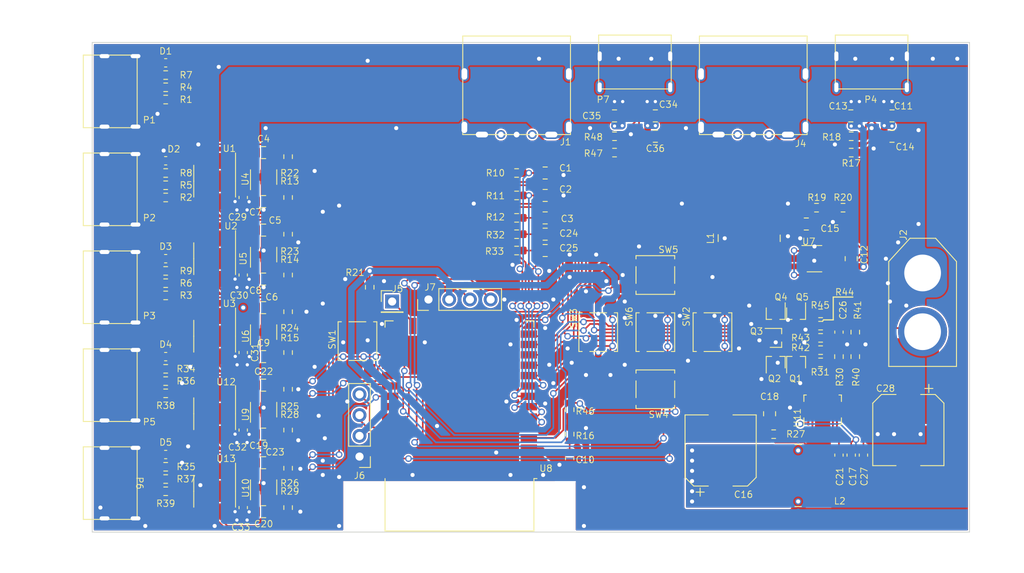
<source format=kicad_pcb>
(kicad_pcb (version 20210424) (generator pcbnew)
  (layers (0 "F.Cu" signal) (31 "B.Cu" signal) (34 "B.Paste" user) (35 "F.Paste" user) (36 "B.SilkS" user "B.Silkscreen") (37 "F.SilkS" user "F.Silkscreen") (38 "B.Mask" user) (39 "F.Mask" user) (44 "Edge.Cuts" user))
  (net 0 "")
  (net 1 "/C1")
  (net 2 "GND")
  (net 3 "/C2")
  (net 4 "/C3")
  (net 5 "Net-(C4-Pad1)")
  (net 6 "+5V")
  (net 7 "Net-(C10-Pad2)")
  (net 8 "+3V3")
  (net 9 "Net-(C18-Pad2)")
  (net 10 "Net-(C21-Pad1)")
  (net 11 "Net-(C21-Pad2)")
  (net 12 "/C4")
  (net 13 "/C5")
  (net 14 "Net-(C26-Pad1)")
  (net 15 "Net-(C27-Pad1)")
  (net 16 "/USB1")
  (net 17 "/USB2")
  (net 18 "/USB3")
  (net 19 "/USB4")
  (net 20 "/USB5")
  (net 21 "Net-(C5-Pad1)")
  (net 24 "Net-(C28-Pad1)")
  (net 25 "Net-(P7-PadA5)")
  (net 26 "Net-(R48-Pad1)")
  (net 29 "Net-(J5-Pad1)")
  (net 30 "Net-(J6-Pad3)")
  (net 31 "Net-(J6-Pad4)")
  (net 32 "/SCL")
  (net 33 "/SDA")
  (net 34 "Net-(L1-Pad1)")
  (net 35 "Net-(P1-PadA5)")
  (net 36 "Net-(P1-PadB5)")
  (net 37 "Net-(P2-PadA5)")
  (net 38 "Net-(P2-PadB5)")
  (net 39 "Net-(P3-PadA5)")
  (net 40 "Net-(P3-PadB5)")
  (net 41 "Net-(P4-PadA5)")
  (net 42 "Net-(P4-PadB5)")
  (net 43 "Net-(P5-PadA5)")
  (net 44 "Net-(P5-PadB5)")
  (net 45 "Net-(P6-PadA5)")
  (net 46 "Net-(P6-PadB5)")
  (net 47 "Net-(Q1-Pad3)")
  (net 48 "Net-(Q2-Pad3)")
  (net 49 "Net-(Q3-Pad3)")
  (net 50 "Net-(Q4-Pad3)")
  (net 51 "Net-(Q5-Pad3)")
  (net 52 "Net-(R10-Pad1)")
  (net 53 "Net-(R11-Pad1)")
  (net 54 "Net-(R12-Pad1)")
  (net 55 "Net-(R13-Pad1)")
  (net 56 "Net-(R14-Pad1)")
  (net 57 "Net-(R15-Pad1)")
  (net 58 "Net-(R19-Pad2)")
  (net 59 "Net-(R21-Pad2)")
  (net 60 "/PWR1")
  (net 61 "/PWR2")
  (net 62 "/PWR3")
  (net 63 "/PWR4")
  (net 64 "/PWR5")
  (net 65 "Net-(R27-Pad2)")
  (net 66 "Net-(R28-Pad1)")
  (net 67 "Net-(R29-Pad1)")
  (net 68 "Net-(R30-Pad1)")
  (net 69 "Net-(R31-Pad2)")
  (net 70 "Net-(R32-Pad1)")
  (net 71 "Net-(R33-Pad1)")
  (net 72 "Net-(R40-Pad2)")
  (net 73 "/RES1")
  (net 74 "/RES2")
  (net 75 "/RES3")
  (net 76 "/RES4")
  (net 77 "/RES5")
  (net 94 "Net-(C6-Pad1)")
  (net 95 "Net-(C22-Pad1)")
  (net 96 "Net-(C23-Pad1)")
  (net 97 "/VBUS1")
  (net 98 "/VBUS2")
  (net 99 "/VBUS3")
  (net 100 "/VBUS4")
  (net 101 "/VBUS5")
  (footprint "Resistor_SMD:R_0603_1608Metric" (layer "F.Cu") (at 87 100.5 -90)
    (fp_text reference "R25")
    (fp_text value "500K")
  )
  (footprint "Resistor_SMD:R_0603_1608Metric" (layer "F.Cu") (at 115 79.5)
    (fp_text reference "R12")
    (fp_text value "5K1")
  )
  (footprint "Capacitor_SMD:C_0805_2012Metric" (layer "F.Cu") (at 84 77.5)
    (fp_text reference "C7")
    (fp_text value "4µ7")
  )
  (footprint "Package_TO_SOT_SMD:SOT-23-5" (layer "F.Cu") (at 84 93.5 90)
    (fp_text reference "U6")
    (fp_text value "LPW5209AB5F")
  )
  (footprint "Package_TO_SOT_SMD:SOT-23-5" (layer "F.Cu") (at 84 103 90)
    (fp_text reference "U9")
    (fp_text value "LPW5209AB5F")
  )
  (footprint "Capacitor_SMD:C_0603_1608Metric" (layer "F.Cu") (at 72 96.5)
    (fp_text reference "D4")
    (fp_text value "LED")
  )
  (footprint "TheBrutzlers_Lib:USB-C-POWER" (layer "F.Cu") (at 158.5 63.5 180)
    (fp_text reference "P4")
    (fp_text value "USB_C_Plug_USB2.0")
  )
  (footprint "Button_Switch_SMD:SW_SPST_TL3305A" (layer "F.Cu") (at 95.5 94.6 -90)
    (fp_text reference "SW1")
    (fp_text value "SW_Push")
  )
  (footprint "Capacitor_SMD:C_0603_1608Metric" (layer "F.Cu") (at 157.5 108.57 -90)
    (fp_text reference "C27")
    (fp_text value "47n")
  )
  (footprint "Resistor_SMD:R_0603_1608Metric" (layer "F.Cu") (at 152.25 91.205)
    (fp_text reference "R45")
    (fp_text value "900K")
  )
  (footprint "Resistor_SMD:R_0603_1608Metric" (layer "F.Cu") (at 121.5 106 -90)
    (fp_text reference "R16")
    (fp_text value "5K1")
  )
  (footprint "Resistor_SMD:R_0603_1608Metric" (layer "F.Cu") (at 127 71.5 180)
    (fp_text reference "R47")
    (fp_text value "5K1")
  )
  (footprint "Inductor_SMD:L_Wuerth_WE-PD2-Typ-L" (layer "F.Cu") (at 149.5 111.07)
    (fp_text reference "L2")
    (fp_text value "2µ2")
  )
  (footprint "Resistor_SMD:R_0603_1608Metric" (layer "F.Cu") (at 87 72 -90)
    (fp_text reference "R22")
    (fp_text value "500K")
  )
  (footprint "Package_TO_SOT_SMD:SOT-23-6" (layer "F.Cu") (at 151.5 84.5)
    (fp_text reference "U7")
    (fp_text value "MT3420C-mt3420c")
  )
  (footprint "Capacitor_SMD:C_0603_1608Metric" (layer "F.Cu") (at 81.5 77 -90)
    (fp_text reference "C29")
    (fp_text value "100n")
  )
  (footprint "Capacitor_SMD:C_0603_1608Metric" (layer "F.Cu") (at 81.5 96 -90)
    (fp_text reference "C31")
    (fp_text value "100n")
  )
  (footprint "Button_Switch_SMD:SW_SPST_TL3305A" (layer "F.Cu") (at 132 86.5)
    (fp_text reference "SW5")
    (fp_text value "SW_Push")
  )
  (footprint "Capacitor_SMD:C_0603_1608Metric" (layer "F.Cu") (at 81.5 115 -90)
    (fp_text reference "C33")
    (fp_text value "100n")
  )
  (footprint "Resistor_SMD:R_0603_1608Metric" (layer "F.Cu") (at 87 105.5 -90)
    (fp_text reference "R28")
    (fp_text value "DNP")
  )
  (footprint "Capacitor_SMD:C_0805_2012Metric" (layer "F.Cu") (at 156 84.5 90)
    (fp_text reference "C12")
    (fp_text value "4µ7")
  )
  (footprint "Resistor_SMD:R_0603_1608Metric" (layer "F.Cu") (at 152.25 92.705)
    (fp_text reference "R44")
    (fp_text value "900K")
  )
  (footprint "Capacitor_SMD:C_0805_2012Metric" (layer "F.Cu") (at 84 71.5)
    (fp_text reference "C4")
    (fp_text value "4µ7")
  )
  (footprint "Capacitor_SMD:CP_Elec_8x10.5" (layer "F.Cu") (at 140 108 90)
    (fp_text reference "C16")
    (fp_text value "220µ")
  )
  (footprint "Capacitor_SMD:C_0603_1608Metric" (layer "F.Cu") (at 72 60.5)
    (fp_text reference "D1")
    (fp_text value "LED")
  )
  (footprint "Resistor_SMD:R_0603_1608Metric" (layer "F.Cu") (at 87 81.5 -90)
    (fp_text reference "R23")
    (fp_text value "500K")
  )
  (footprint "Capacitor_SMD:C_0805_2012Metric" (layer "F.Cu") (at 84 96.5)
    (fp_text reference "C9")
    (fp_text value "4µ7")
  )
  (footprint "Capacitor_SMD:C_0805_2012Metric" (layer "F.Cu") (at 155.95 67 180)
    (fp_text reference "C13")
    (fp_text value "4µ7")
  )
  (footprint "Package_SO:SOIC-8_3.9x4.9mm_P1.27mm" (layer "F.Cu") (at 78 94 -90)
    (fp_text reference "U3")
    (fp_text value "CC6900")
  )
  (footprint "Resistor_SMD:R_0603_1608Metric" (layer "F.Cu") (at 127 69.5 180)
    (fp_text reference "R48")
    (fp_text value "5K1")
  )
  (footprint "TheBrutzlers_Lib:USB-C-POWER" (layer "F.Cu") (at 129.5 63.5 180)
    (fp_text reference "P7")
    (fp_text value "USB_C_Plug_USB2.0")
  )
  (footprint "Resistor_SMD:R_0603_1608Metric" (layer "F.Cu") (at 72 101)
    (fp_text reference "R38")
    (fp_text value "5K1")
  )
  (footprint "Capacitor_SMD:C_0603_1608Metric" (layer "F.Cu") (at 156 108.57 -90)
    (fp_text reference "C17")
    (fp_text value "100n")
  )
  (footprint "Resistor_SMD:R_0603_1608Metric" (layer "F.Cu") (at 72 99.5)
    (fp_text reference "R36")
    (fp_text value "5K1")
  )
  (footprint "Resistor_SMD:R_0603_1608Metric" (layer "F.Cu") (at 151.75 78.25)
    (fp_text reference "R19")
    (fp_text value "R")
  )
  (footprint "Capacitor_SMD:C_0805_2012Metric" (layer "F.Cu") (at 84 81)
    (fp_text reference "C5")
    (fp_text value "4µ7")
  )
  (footprint "Package_TO_SOT_SMD:SOT-323_SC-70" (layer "F.Cu") (at 146.75 94.205)
    (fp_text reference "Q3")
    (fp_text value "BSS214NW")
  )
  (footprint "TheBrutzlers_Lib:USB-A-POWER" (layer "F.Cu") (at 144 69.29 180)
    (fp_text reference "J4")
    (fp_text value "USB_A")
  )
  (footprint "Package_SO:SOIC-8_3.9x4.9mm_P1.27mm" (layer "F.Cu") (at 78 84.5 -90)
    (fp_text reference "U2")
    (fp_text value "CC6900")
  )
  (footprint "Resistor_SMD:R_0603_1608Metric" (layer "F.Cu") (at 115 76.75)
    (fp_text reference "R11")
    (fp_text value "5K1")
  )
  (footprint "Resistor_SMD:R_0603_1608Metric" (layer "F.Cu") (at 115 74)
    (fp_text reference "R10")
    (fp_text value "5K1")
  )
  (footprint "Capacitor_SMD:C_0603_1608Metric" (layer "F.Cu") (at 81.5 105.5 -90)
    (fp_text reference "C32")
    (fp_text value "100n")
  )
  (footprint "Package_TO_SOT_SMD:SOT-23-5" (layer "F.Cu") (at 84 112.5 90)
    (fp_text reference "U10")
    (fp_text value "LPW5209AB5F")
  )
  (footprint "Resistor_SMD:R_0603_1608Metric" (layer "F.Cu") (at 72 63.5)
    (fp_text reference "R4")
    (fp_text value "5K1")
  )
  (footprint "Resistor_SMD:R_0603_1608Metric" (layer "F.Cu") (at 156.5 96.5 90)
    (fp_text reference "R40")
    (fp_text value "45K4")
  )
  (footprint "Connector_PinHeader_2.54mm:PinHeader_1x01_P2.54mm_Vertical" (layer "F.Cu") (at 99.75 89.75)
    (fp_text reference "J5")
    (fp_text value "Conn_01x01_Female")
  )
  (footprint "Capacitor_SMD:C_0805_2012Metric" (layer "F.Cu") (at 118.5 79.5)
    (fp_text reference "C3")
    (fp_text value "4µ7")
  )
  (footprint "Button_Switch_SMD:SW_SPST_TL3305A" (layer "F.Cu") (at 132 93.5 90)
    (fp_text reference "SW6")
    (fp_text value "SW_Push")
  )
  (footprint "Package_TO_SOT_SMD:SOT-323_SC-70" (layer "F.Cu") (at 149.25 97.205 90)
    (fp_text reference "Q1")
    (fp_text value "BSS214NW")
  )
  (footprint "Resistor_SMD:R_0603_1608Metric" (layer "F.Cu") (at 72 110)
    (fp_text reference "R35")
    (fp_text value "5K1")
  )
  (footprint "Capacitor_SMD:C_0805_2012Metric" (layer "F.Cu") (at 84 87)
    (fp_text reference "C8")
    (fp_text value "4µ7")
  )
  (footprint "Capacitor_SMD:C_0805_2012Metric" (layer "F.Cu") (at 84 109.5)
    (fp_text reference "C23")
    (fp_text value "4µ7")
  )
  (footprint "Capacitor_SMD:C_0603_1608Metric" (layer "F.Cu") (at 72 72.5)
    (fp_text reference "D2")
    (fp_text value "LED")
  )
  (footprint "Resistor_SMD:R_0603_1608Metric" (layer "F.Cu") (at 156 71.5 180)
    (fp_text reference "R17")
    (fp_text value "5K1")
  )
  (footprint "Resistor_SMD:R_0603_1608Metric" (layer "F.Cu") (at 87 86.5 -90)
    (fp_text reference "R14")
    (fp_text value "DNP")
  )
  (footprint "Connector_PinHeader_2.54mm:PinHeader_1x04_P2.54mm_Vertical" (layer "F.Cu") (at 95.75 108.75 180)
    (fp_text reference "J6")
    (fp_text value "Conn_01x04_Female")
  )
  (footprint "Capacitor_SMD:C_0805_2012Metric" (layer "F.Cu") (at 161 67)
    (fp_text reference "C11")
    (fp_text value "4µ7")
  )
  (footprint "Capacitor_SMD:C_0603_1608Metric" (layer "F.Cu") (at 121.5 109 90)
    (fp_text reference "C10")
    (fp_text value "100n")
  )
  (footprint "TheBrutzlers_Lib:USB-C-POWER" (layer "F.Cu") (at 68.305 76 -90)
    (fp_text reference "P2")
    (fp_text value "USB_C_Plug_USB2.0")
  )
  (footprint "Resistor_SMD:R_0603_1608Metric" (layer "F.Cu") (at 97 88 -90)
    (fp_text reference "R21")
    (fp_text value "5K1")
  )
  (footprint "Resistor_SMD:R_0603_1608Metric" (layer "F.Cu") (at 72 77)
    (fp_text reference "R2")
    (fp_text value "5K1")
  )
  (footprint "Button_Switch_SMD:SW_SPST_TL3305A" (layer "F.Cu") (at 139 93.5 90)
    (fp_text reference "SW2")
    (fp_text value "SW_Push")
  )
  (footprint "Resistor_SMD:R_0603_1608Metric" (layer "F.Cu") (at 72 113)
    (fp_text reference "R39")
    (fp_text value "5K1")
  )
  (footprint "Resistor_SMD:R_0603_1608Metric" (layer "F.Cu") (at 154.5 96.5 90)
    (fp_text reference "R30")
    (fp_text value "R")
  )
  (footprint "Inductor_SMD:L_Wuerth_WE-PD2-Typ-L" (layer "F.Cu") (at 143.5 82 90)
    (fp_text reference "L1")
    (fp_text value "2µ2")
  )
  (footprint "Resistor_SMD:R_0603_1608Metric" (layer "F.Cu") (at 87 115 -90)
    (fp_text reference "R29")
    (fp_text value "DNP")
  )
  (footprint "Capacitor_SMD:C_0805_2012Metric" (layer "F.Cu") (at 118.5 74)
    (fp_text reference "C1")
    (fp_text value "4µ7")
  )
  (footprint "Resistor_SMD:R_0603_1608Metric" (layer "F.Cu") (at 72 75.5)
    (fp_text reference "R5")
    (fp_text value "5K1")
  )
  (footprint "Package_TO_SOT_SMD:SOT-23-5" (layer "F.Cu") (at 84 74.5 90)
    (fp_text reference "U4")
    (fp_text value "LPW5209AB5F")
  )
  (footprint "Resistor_SMD:R_0603_1608Metric" (layer "F.Cu") (at 72 87.5)
    (fp_text reference "R6")
    (fp_text value "5K1")
  )
  (footprint "Resistor_SMD:R_0603_1608Metric" (layer "F.Cu") (at 72 111.5)
    (fp_text reference "R37")
    (fp_text value "5K1")
  )
  (footprint "Connector_PinHeader_2.54mm:PinHeader_1x04_P2.54mm_Vertical" (layer "F.Cu") (at 104.2 89.5 90)
    (fp_text reference "J7")
    (fp_text value "Conn_01x04_Female")
  )
  (footprint "Resistor_SMD:R_0603_1608Metric" (layer "F.Cu") (at 87 77 -90)
    (fp_text reference "R13")
    (fp_text value "DNP")
  )
  (footprint "Resistor_SMD:R_0603_1608Metric" (layer "F.Cu") (at 121.5 103 90)
    (fp_text reference "R46")
    (fp_text value "500K")
  )
  (footprint "Package_DFN_QFN:Texas_VQFN-RHL-20" (layer "F.Cu") (at 152.5 103 90)
    (fp_text reference "U11")
    (fp_text value "TPS61088")
  )
  (footprint "TheBrutzlers_Lib:USB-C-POWER" (layer "F.Cu") (at 68.305 112 -90)
    (fp_text reference "P6")
    (fp_text value "USB_C_Plug_USB2.0")
  )
  (footprint "Capacitor_SMD:C_0805_2012Metric" (layer "F.Cu") (at 84 106)
    (fp_text reference "C19")
    (fp_text value "4µ7")
  )
  (footprint "Resistor_SMD:R_0603_1608Metric" (layer "F.Cu") (at 87 96 -90)
    (fp_text reference "R15")
    (fp_text value "DNP")
  )
  (footprint "Capacitor_SMD:C_0603_1608Metric" (layer "F.Cu") (at 72 84.5)
    (fp_text reference "D3")
    (fp_text value "LED")
  )
  (footprint "Package_SO:SOIC-8_3.9x4.9mm_P1.27mm" (layer "F.Cu") (at 78 75 -90)
    (fp_text reference "U1")
    (fp_text value "CC6900")
  )
  (footprint "Resistor_SMD:R_0603_1608Metric" (layer "F.Cu") (at 115 83.5)
    (fp_text reference "R33")
    (fp_text value "5K1")
  )
  (footprint "Resistor_SMD:R_0603_1608Metric" (layer "F.Cu") (at 72 89)
    (fp_text reference "R3")
    (fp_text value "5K1")
  )
  (footprint "Capacitor_SMD:C_0805_2012Metric" (layer "F.Cu") (at 146 103.5 -90)
    (fp_text reference "C18")
    (fp_text value "4µ7")
  )
  (footprint "Capacitor_SMD:C_0603_1608Metric" (layer "F.Cu") (at 72 108.5)
    (fp_text reference "D5")
    (fp_text value "LED")
  )
  (footprint "Capacitor_SMD:C_0805_2012Metric" (layer "F.Cu") (at 118.5 76.75)
    (fp_text reference "C2")
    (fp_text value "4µ7")
  )
  (footprint "Capacitor_SMD:C_0805_2012Metric" (layer "F.Cu") (at 84 90.5)
    (fp_text reference "C6")
    (fp_text value "4µ7")
  )
  (footprint "Resistor_SMD:R_0603_1608Metric" (layer "F.Cu") (at 156.5 93.5 -90)
    (fp_text reference "R41")
    (fp_text value "5K1")
  )
  (footprint "Package_SO:SOIC-8_3.9x4.9mm_P1.27mm" (layer "F.Cu") (at 78 103.5 -90)
    (fp_text reference "U12")
    (fp_text value "CC6900")
  )
  (footprint "Resistor_SMD:R_0603_1608Metric" (layer "F.Cu") (at 87 110.175 -90)
    (fp_text reference "R26")
    (fp_text value "500K")
  )
  (footprint "Capacitor_SMD:C_0805_2012Metric" (layer "F.Cu") (at 127 67 180)
    (fp_text reference "C35")
    (fp_text value "4µ7")
  )
  (footprint "Resistor_SMD:R_0603_1608Metric" (layer "F.Cu") (at 87 91 -90)
    (fp_text reference "R24")
    (fp_text value "500K")
  )
  (footprint "Capacitor_SMD:C_0805_2012Metric" (layer "F.Cu") (at 161 69.5)
    (fp_text reference "C14")
    (fp_text value "4µ7")
  )
  (footprint "Button_Switch_SMD:SW_SPST_TL3305A" (layer "F.Cu") (at 125 93.5 90)
    (fp_text reference "SW3")
    (fp_text value "SW_Push")
  )
  (footprint "Package_TO_SOT_SMD:SOT-323_SC-70" (layer "F.Cu") (at 146.75 91.205 -90)
    (fp_text reference "Q4")
    (fp_text value "BSS214NW")
  )
  (footprint "Capacitor_SMD:C_0805_2012Metric" (layer "F.Cu") (at 132 67)
    (fp_text reference "C34")
    (fp_text value "4µ7")
  )
  (footprint "Capacitor_SMD:C_0805_2012Metric" (layer "F.Cu") (at 84 115.5)
    (fp_text reference "C20")
    (fp_text value "4µ7")
  )
  (footprint "Resistor_SMD:R_0603_1608Metric" (layer "F.Cu") (at 152.25 97.205)
    (fp_text reference "R31")
    (fp_text value "900K")
  )
  (footprint "Capacitor_SMD:C_0603_1608Metric" (layer "F.Cu") (at 81.5 86.5 -90)
    (fp_text reference "C30")
    (fp_text value "100n")
  )
  (footprint "Resistor_SMD:R_0603_1608Metric" (layer "F.Cu") (at 115 81.5)
    (fp_text reference "R32")
    (fp_text value "5K1")
  )
  (footprint "Package_TO_SOT_SMD:SOT-323_SC-70" (layer "F.Cu") (at 146.75 97.205 90)
    (fp_text reference "Q2")
    (fp_text value "BSS214NW")
  )
  (footprint "RF_Module:ESP32-WROOM-32" (layer "F.Cu") (at 108 102 180)
    (fp_text reference "U8")
    (fp_text value "ESP32-WROOM-32D")
  )
  (footprint "Capacitor_SMD:CP_Elec_8x10.5" (layer "F.Cu") (at 163 105.5 -90)
    (fp_text reference "C28")
    (fp_text value "220µ")
  )
  (footprint "Resistor_SMD:R_0603_1608Metric" (layer "F.Cu") (at 72 98)
    (fp_text reference "R34")
    (fp_text value "5K1")
  )
  (footprint "Package_TO_SOT_SMD:SOT-23-5" (layer "F.Cu") (at 84 84 90)
    (fp_text reference "U5")
    (fp_text value "LPW5209AB5F")
  )
  (footprint "Resistor_SMD:R_0603_1608Metric" (layer "F.Cu") (at 72 74)
    (fp_text reference "R8")
    (fp_text value "5K1")
  )
  (footprint "Resistor_SMD:R_0603_1608Metric" (layer "F.Cu") (at 72 65)
    (fp_text reference "R1")
    (fp_text value "5K1")
  )
  (footprint "TheBrutzlers_Lib:USB-C-POWER" (layer "F.Cu") (at 68.305 100 -90)
    (fp_text reference "P5")
    (fp_text value "USB_C_Plug_USB2.0")
  )
  (footprint "Capacitor_SMD:C_0805_2012Metric" (layer "F.Cu") (at 150.5 80.25)
    (fp_text reference "C15")
    (fp_text value "4µ7")
  )
  (footprint "Capacitor_SMD:C_0805_2012Metric" (layer "F.Cu") (at 132 69.5)
    (fp_text reference "C36")
    (fp_text value "4µ7")
  )
  (footprint "Capacitor_SMD:C_0603_1608Metric" (layer "F.Cu") (at 154.5 93.5 90)
    (fp_text reference "C26")
    (fp_text value "C")
  )
  (footprint "Package_SO:SOIC-8_3.9x4.9mm_P1.27mm" (layer "F.Cu") (at 78 113 -90)
    (fp_text reference "U13")
    (fp_text value "CC6900")
  )
  (footprint "Resistor_SMD:R_0603_1608Metric" (layer "F.Cu") (at 156 69.5 180)
    (fp_text reference "R18")
    (fp_text value "5K1")
  )
  (footprint "Capacitor_SMD:C_0603_1608Metric" (layer "F.Cu") (at 154.5 108.57 90)
    (fp_text reference "C21")
    (fp_text value "100n")
  )
  (footprint "Resistor_SMD:R_0603_1608Metric" (layer "F.Cu") (at 155 78.25)
    (fp_text reference "R20")
    (fp_text value "R")
  )
  (footprint "Resistor_SMD:R_0603_1608Metric" (layer "F.Cu") (at 72 86)
    (fp_text reference "R9")
    (fp_text value "5K1")
  )
  (footprint "Resistor_SMD:R_0603_1608Metric" (layer "F.Cu") (at 152.25 95.705)
    (fp_text reference "R42")
    (fp_text value "900K")
  )
  (footprint "TheBrutzlers_Lib:USB-C-POWER" (layer "F.Cu") (at 68.305 88 -90)
    (fp_text reference "P3")
    (fp_text value "USB_C_Plug_USB2.0")
  )
  (footprint "Resistor_SMD:R_0603_1608Metric" (layer "F.Cu") (at 152.25 94.205)
    (fp_text reference "R43")
    (fp_text value "900K")
  )
  (footprint "TheBrutzlers_Lib:USB-A-POWER" (layer "F.Cu") (at 115 69.29 180)
    (fp_text reference "J1")
    (fp_text value "USB_A")
  )
  (footprint "Package_TO_SOT_SMD:SOT-323_SC-70" (layer "F.Cu") (at 149.25 91.205 -90)
    (fp_text reference "Q5")
    (fp_text value "BSS214NW")
  )
  (footprint "TheBrutzlers_Lib:USB-C-POWER" (layer "F.Cu") (at 68.305 64 -90)
    (fp_text reference "P1")
    (fp_text value "USB_C_Plug_USB2.0")
  )
  (footprint "Resistor_SMD:R_0603_1608Metric" (layer "F.Cu") (at 72 62)
    (fp_text reference "R7")
    (fp_text value "5K1")
  )
  (footprint "Button_Switch_SMD:SW_SPST_TL3305A" (layer "F.Cu") (at 132 100.5 180)
    (fp_text reference "SW4")
    (fp_text value "SW_Push")
  )
  (footprint "Capacitor_SMD:C_0805_2012Metric" (layer "F.Cu") (at 118.5 83.5)
    (fp_text reference "C25")
    (fp_text value "4µ7")
  )
  (footprint "Capacitor_SMD:C_0805_2012Metric" (layer "F.Cu") (at 118.5 81.5)
    (fp_text reference "C24")
    (fp_text value "4µ7")
  )
  (footprint "Resistor_SMD:R_0603_1608Metric" (layer "F.Cu") (at 146.5 106)
    (fp_text reference "R27")
    (fp_text value "255K")
  )
  (footprint "Capacitor_SMD:C_0805_2012Metric" (layer "F.Cu") (at 84 100)
    (fp_text reference "C22")
    (fp_text value "4µ7")
  )
  (footprint "Connector_AMASS:AMASS_XT60-F_1x02_P7.20mm_Vertical" (layer "F.Cu") (at 164.75 86.25 -90)
    (fp_text reference "J2")
    (fp_text value "Conn_01x02_Female")
  )
  (gr_line (start 153.8 89.2) (end 156.2 89.2) (layer "F.SilkS") (width 0.15))
  (gr_line (start 152.6 92) (end 153.8 92) (layer "F.SilkS") (width 0.15))
  (gr_line (start 152.487258 92.1825) (end 152.6 92) (layer "F.SilkS") (width 0.15))
  (gr_line (start 153.8 92) (end 153.8 89.2) (layer "F.SilkS") (width 0.15))
  (gr_line (start 170.5 58) (end 63 58) (layer "Edge.Cuts") (width 0.1))
  (gr_line (start 170.5 118) (end 170.5 58) (layer "Edge.Cuts") (width 0.1))
  (gr_line (start 63 58) (end 63 118) (layer "Edge.Cuts") (width 0.1))
  (gr_line (start 63 118) (end 170.5 118) (layer "Edge.Cuts") (width 0.1))
  (segment (start 117.55 74) (end 116.5 74) (width 0.2) (layer "F.Cu") (net 1))
  (segment (start 116.5 74) (end 115.825 74) (width 0.2) (layer "F.Cu") (net 1))
  (segment (start 115.70096 89.100037) (end 114.500497 90.3005) (width 0.2) (layer "F.Cu") (net 1))
  (segment (start 116.5 101.365) (end 114.865 101.365) (width 0.2) (layer "F.Cu") (net 1))
  (segment (start 115.40098 85.75) (end 115.70096 86.04998) (width 0.2) (layer "F.Cu") (net 1))
  (segment (start 115.70096 86.04998) (end 115.70096 89.100037) (width 0.2) (layer "F.Cu") (net 1))
  (segment (start 114.865 101.365) (end 114.75 101.25) (width 0.2) (layer "F.Cu") (net 1))
  (via (at 114.75 101.25) (size 0.8) (drill 0.5) (layers "F.Cu" "B.Cu") (net 1))
  (via (at 115.40098 85.75) (size 0.8) (drill 0.5) (layers "F.Cu" "B.Cu") (net 1))
  (via (at 114.500497 90.3005) (size 0.8) (drill 0.5) (layers "F.Cu" "B.Cu") (net 1))
  (via (at 116.5 74) (size 0.8) (drill 0.5) (layers "F.Cu" "B.Cu") (net 1))
  (segment (start 115.5 85.75) (end 115.40098 85.75) (width 0.2) (layer "B.Cu") (net 1))
  (segment (start 115.70096 100.29904) (end 114.75 101.25) (width 0.2) (layer "B.Cu") (net 1))
  (segment (start 115.70096 91.500963) (end 115.70096 100.29904) (width 0.2) (layer "B.Cu") (net 1))
  (segment (start 115.800489 85.449511) (end 115.5 85.75) (width 0.2) (layer "B.Cu") (net 1))
  (segment (start 115.800489 74.699511) (end 115.800489 85.449511) (width 0.2) (layer "B.Cu") (net 1))
  (segment (start 114.500497 90.3005) (end 115.70096 91.500963) (width 0.2) (layer "B.Cu") (net 1))
  (segment (start 116.5 74) (end 115.800489 74.699511) (width 0.2) (layer "B.Cu") (net 1))
  (segment (start 151.220498 84.5) (end 151.470498 84.75) (width 0.7) (layer "F.Cu") (net 2))
  (segment (start 155.125489 82.675489) (end 156 83.55) (width 0.7) (layer "F.Cu") (net 2))
  (segment (start 151.5 80.3) (end 151.45 80.25) (width 0.7) (layer "F.Cu") (net 2))
  (segment (start 150.4 84.5) (end 151.220498 84.5) (width 0.7) (layer "F.Cu") (net 2))
  (segment (start 151.5 83) (end 151.824511 82.675489) (width 0.7) (layer "F.Cu") (net 2))
  (segment (start 151.470498 84.75) (end 151.5 84.720498) (width 0.7) (layer "F.Cu") (net 2))
  (segment (start 151.824511 82.675489) (end 155.125489 82.675489) (width 0.7) (layer "F.Cu") (net 2))
  (segment (start 151.5 83) (end 151.5 80.3) (width 0.7) (layer "F.Cu") (net 2))
  (segment (start 151.5 84.720498) (end 151.5 83) (width 0.7) (layer "F.Cu") (net 2))
  (via (at 151.470498 84.75) (size 0.8) (drill 0.5) (layers "F.Cu" "B.Cu") (net 2))
  (via (at 119.5 89.5) (size 0.8) (drill 0.5) (layers "F.Cu" "B.Cu") (net 2))
  (via (at 84 102.75) (size 0.8) (drill 0.5) (layers "F.Cu" "B.Cu") (net 2))
  (via (at 118.25 111) (size 0.8) (drill 0.5) (layers "F.Cu" "B.Cu") (net 2))
  (via (at 88.5 110.25) (size 0.8) (drill 0.5) (layers "F.Cu" "B.Cu") (net 2))
  (via (at 69.5 117.25) (size 0.8) (drill 0.5) (layers "F.Cu" "B.Cu") (net 2))
  (via (at 90.25 73.75) (size 0.8) (drill 0.5) (layers "F.Cu" "B.Cu") (net 2))
  (via (at 160.5 87.5) (size 0.8) (drill 0.5) (layers "F.Cu" "B.Cu") (net 2))
  (via (at 96.75 60.25) (size 0.8) (drill 0.5) (layers "F.Cu" "B.Cu") (net 2))
  (via (at 123.5 105.25) (size 0.8) (drill 0.5) (layers "F.Cu" "B.Cu") (net 2))
  (via (at 93.25 111.25) (size 0.8) (drill 0.5) (layers "F.Cu" "B.Cu") (net 2))
  (via (at 128 86.5) (size 0.8) (drill 0.5) (layers "F.Cu" "B.Cu") (net 2))
  (via (at 164.25 68.75) (size 0.8) (drill 0.5) (layers "F.Cu" "B.Cu") (net 2))
  (via (at 153.75 80) (size 0.8) (drill 0.5) (layers "F.Cu" "B.Cu") (net 2))
  (via (at 114.25 111) (size 0.8) (drill 0.5) (layers "F.Cu" "B.Cu") (net 2))
  (via (at 135.25 77.75) (size 0.8) (drill 0.5) (layers "F.Cu" "B.Cu") (net 2))
  (via (at 114.25 95) (size 0.8) (drill 0.5) (layers "F.Cu" "B.Cu") (net 2))
  (via (at 135.75 68.5) (size 0.8) (drill 0.5) (layers "F.Cu" "B.Cu") (net 2))
  (via (at 112.5 108.25) (size 0.8) (drill 0.5) (layers "F.Cu" "B.Cu") (net 2))
  (via (at 148.25 92) (size 0.8) (drill 0.5) (layers "F.Cu" "B.Cu") (net 2))
  (via (at 98.5 92.5) (size 0.8) (drill 0.5) (layers "F.Cu" "B.Cu") (net 2))
  (via (at 143.75 92.5) (size 0.8) (drill 0.5) (layers "F.Cu" "B.Cu") (net 2))
  (via (at 123.25 117.25) (size 0.8) (drill 0.5) (layers "F.Cu" "B.Cu") (net 2))
  (via (at 91.5 106.5) (size 0.8) (drill 0.5) (layers "F.Cu" "B.Cu") (net 2))
  (via (at 143.5 90.25) (size 0.8) (drill 0.5) (layers "F.Cu" "B.Cu") (net 2))
  (via (at 71.75 71.25) (size 0.8) (drill 0.5) (layers "F.Cu" "B.Cu") (net 2))
  (via (at 150.4 93.2) (size 0.8) (drill 0.5) (layers "F.Cu" "B.Cu") (net 2))
  (via (at 102.25 111) (size 0.8) (drill 0.5) (layers "F.Cu" "B.Cu") (net 2))
  (via (at 84 88) (size 0.8) (drill 0.5) (layers "F.Cu" "B.Cu") (net 2))
  (via (at 88.25 100.5) (size 0.8) (drill 0.5) (layers "F.Cu" "B.Cu") (net 2))
  (via (at 154 70.5) (size 0.8) (drill 0.5) (layers "F.Cu" "B.Cu") (net 2))
  (via (at 127.5 60) (size 0.8) (drill 0.5) (layers "F.Cu" "B.Cu") (net 2))
  (via (at 119.5 99.75) (size 0.8) (drill 0.5) (layers "F.Cu" "B.Cu") (net 2))
  (via (at 121.75 97.25) (size 0.8) (drill 0.5) (layers "F.Cu" "B.Cu") (net 2))
  (via (at 91.25 78.75) (size 0.8) (drill 0.5) (layers "F.Cu" "B.Cu") (net 2))
  (via (at 120.25 109.75) (size 0.8) (drill 0.5) (layers "F.Cu" "B.Cu") (net 2))
  (via (at 123.5 88.5) (size 0.8) (drill 0.5) (layers "F.Cu" "B.Cu") (net 2))
  (via (at 121.5 86.75) (size 0.8) (drill 0.5) (layers "F.Cu" "B.Cu") (net 2))
  (via (at 130 83) (size 0.8) (drill 0.5) (layers "F.Cu" "B.Cu") (net 2))
  (via (at 76 70.5) (size 0.8) (drill 0.5) (layers "F.Cu" "B.Cu") (net 2))
  (via (at 75 97.75) (size 0.8) (drill 0.5) (layers "F.Cu" "B.Cu") (net 2))
  (via (at 169 60) (size 0.8) (drill 0.5) (layers "F.Cu" "B.Cu") (net 2))
  (via (at 128.25 91.75) (size 0.8) (drill 0.5) (layers "F.Cu" "B.Cu") (net 2))
  (via (at 81.5 90.5) (size 0.8) (drill 0.5) (layers "F.Cu" "B.Cu") (net 2))
  (via (at 161 60) (size 0.8) (drill 0.5) (layers "F.Cu" "B.Cu") (net 2))
  (via (at 120.75 74.25) (size 0.8) (drill 0.5) (layers "F.Cu" "B.Cu") (net 2))
  (via (at 103.75 94.75) (size 0.8) (drill 0.5) (layers "F.Cu" "B.Cu") (net 2))
  (via (at 120.75 76.75) (size 0.8) (drill 0.5) (layers "F.Cu" "B.Cu") (net 2))
  (via (at 158.75 71) (size 0.8) (drill 0.5) (layers "F.Cu" "B.Cu") (net 2))
  (via (at 98.75 87.25) (size 0.8) (drill 0.5) (layers "F.Cu" "B.Cu") (net 2))
  (via (at 113.75 102) (size 0.8) (drill 0.5) (layers "F.Cu" "B.Cu") (net 2))
  (via (at 117.75 60) (size 0.8) (drill 0.5) (layers "F.Cu" "B.Cu") (net 2))
  (via (at 121.25 95.5) (size 0.8) (drill 0.5) (layers "F.Cu" "B.Cu") (net 2))
  (via (at 114.5 85.25) (size 0.8) (drill 0.5) (layers "F.Cu" "B.Cu") (net 2))
  (via (at 155.5 95) (size 0.8) (drill 0.5) (layers "F.Cu" "B.Cu") (net 2))
  (via (at 157.75 95) (size 0.8) (drill 0.5) (layers "F.Cu" "B.Cu") (net 2))
  (via (at 148.25 77.75) (size 0.8) (drill 0.5) (layers "F.Cu" "B.Cu") (net 2))
  (via (at 136 97) (size 0.8) (drill 0.5) (layers "F.Cu" "B.Cu") (net 2))
  (via (at 74.75 107.5) (size 0.8) (drill 0.5) (layers "F.Cu" "B.Cu") (net 2))
  (via (at 118.5 102.25) (size 0.8) (drill 0.5) (layers "F.Cu" "B.Cu") (net 2))
  (via (at 90.75 103.75) (size 0.8) (drill 0.5) (layers "F.Cu" "B.Cu") (net 2))
  (via (at 88.25 82.5) (size 0.8) (drill 0.5) (layers "F.Cu" "B.Cu") (net 2))
  (via (at 139.25 91.5) (size 0.8) (drill 0.5) (layers "F.Cu" "B.Cu") (net 2))
  (via (at 160.25 84.5) (size 0.8) (drill 0.5) (layers "F.Cu" "B.Cu") (net 2))
  (via (at 74 109.5) (size 0.8) (drill 0.5) (layers "F.Cu" "B.Cu") (net 2))
  (via (at 105.25 105) (size 0.8) (drill 0.5) (layers "F.Cu" "B.Cu") (net 2))
  (via (at 161.25 106) (size 0.8) (drill 0.5) (layers "F.Cu" "B.Cu") (net 2))
  (via (at 121.5 84) (size 0.8) (drill 0.5) (layers "F.Cu" "B.Cu") (net 2))
  (via (at 64 115) (size 0.8) (drill 0.5) (layers "F.Cu" "B.Cu") (net 2))
  (via (at 164.5 106) (size 0.8) (drill 0.5) (layers "F.Cu" "B.Cu") (net 2))
  (via (at 129 69.25) (size 0.8) (drill 0.5) (layers "F.Cu" "B.Cu") (net 2))
  (via (at 84 78.5) (size 0.8) (drill 0.5) (layers "F.Cu" "B.Cu") (net 2))
  (via (at 94.25 102) (size 0.8) (drill 0.5) (layers "F.Cu" "B.Cu") (net 2))
  (via (at 140.5 82) (size 0.8) (drill 0.5) (layers "F.Cu" "B.Cu") (net 2))
  (via (at 139 86.75) (size 0.8) (drill 0.5) (layers "F.Cu" "B.Cu") (net 2))
  (via (at 100.25 68.5) (size 0.8) (drill 0.5) (layers "F.Cu" "B.Cu") (net 2))
  (via (at 96.75 94.5) (size 0.8) (drill 0.5) (layers "F.Cu" "B.Cu") (net 2))
  (via (at 128.25 89.75) (size 0.8) (drill 0.5) (layers "F.Cu" "B.Cu") (net 2))
  (via (at 93.25 78) (size 0.8) (drill 0.5) (layers "F.Cu" "B.Cu") (net 2))
  (via (at 161.75 82.5) (size 0.8) (drill 0.5) (layers "F.Cu" "B.Cu") (net 2))
  (via (at 156.5 60) (size 0.8) (drill 0.5) (layers "F.Cu" "B.Cu") (net 2))
  (via (at 164.25 80.25) (size 0.8) (drill 0.5) (layers "F.Cu" "B.Cu") (net 2))
  (via (at 118.5 93) (size 0.8) (drill 0.5) (layers "F.Cu" "B.Cu") (net 2))
  (via (at 71 66.75) (size 0.8) (drill 0.5) (layers "F.Cu" "B.Cu") (net 2))
  (via (at 149.75 82) (size 0.8) (drill 0.5) (layers "F.Cu" "B.Cu") (net 2))
  (via (at 126.5 98.75) (size 0.8) (drill 0.5) (layers "F.Cu" "B.Cu") (net 2))
  (via (at 146.75 94.75) (size 0.8) (drill 0.5) (layers "F.Cu" "B.Cu") (net 2))
  (via (at 159.25 106) (size 0.8) (drill 0.5) (layers "F.Cu" "B.Cu") (net 2))
  (via (at 124 68.5) (size 0.8) (drill 0.5) (layers "F.Cu" "B.Cu") (net 2))
  (via (at 84 83.5) (size 0.8) (drill 0.5) (layers "F.Cu" "B.Cu") (net 2))
  (via (at 149.5 108) (size 0.8) (drill 0.5) (layers "F.Cu" "B.Cu") (net 2))
  (via (at 91.25 111) (size 0.8) (drill 0.5) (layers "F.Cu" "B.Cu") (net 2))
  (via (at 149.5 114.25) (size 0.8) (drill 0.5) (layers "F.Cu" "B.Cu") (net 2))
  (via (at 84 112) (size 0.8) (drill 0.5) (layers "F.Cu" "B.Cu") (net 2))
  (via (at 149.75 99.75) (size 0.8) (drill 0.5) (layers "F.Cu" "B.Cu") (net 2))
  (via (at 94 87) (size 0.8) (drill 0.5) (layers "F.Cu" "B.Cu") (net 2))
  (via (at 78 117.25) (size 0.8) (drill 0.5) (layers "F.Cu" "B.Cu") (net 2))
  (via (at 148.5 102.75) (size 0.8) (drill 0.5) (layers "F.Cu" "B.Cu") (net 2))
  (via (at 119 86) (size 0.8) (drill 0.5) (layers "F.Cu" "B.Cu") (net 2))
  (via (at 78.5 61) (size 0.8) (drill 0.5) (layers "F.Cu" "B.Cu") (net 2))
  (via (at 145 99.25) (size 0.8) (drill 0.5) (layers "F.Cu" "B.Cu") (net 2))
  (via (at 148.25 81.75) (size 0.8) (drill 0.5) (layers "F.Cu" "B.Cu") (net 2))
  (via (at 151.5 83) (size 0.8) (drill 0.5) (layers "F.Cu" "B.Cu") (net 2))
  (via (at 166 60) (size 0.8) (drill 0.5) (layers "F.Cu" "B.Cu") (net 2))
  (via (at 123.25 112.5) (size 0.8) (drill 0.5) (layers "F.Cu" "B.Cu") (net 2))
  (via (at 84.25 68.5) (size 0.8) (drill 0.5) (layers "F.Cu" "B.Cu") (net 2))
  (via (at 132 91.5) (size 0.8) (drill 0.5) (layers "F.Cu" "B.Cu") (net 2))
  (via (at 147 97.25) (size 0.8) (drill 0.5) (layers "F.Cu" "B.Cu") (net 2))
  (via (at 88.5 115.5) (size 0.8) (drill 0.5) (layers "F.Cu" "B.Cu") (net 2))
  (via (at 160.75 89.75) (size 0.8) (drill 0.5) (layers "F.Cu" "B.Cu") (net 2))
  (via (at 76.25 112.25) (size 0.8) (drill 0.5) (layers "F.Cu" "B.Cu") (net 2))
  (via (at 93.25 117.25) (size 0.8) (drill 0.5) (layers "F.Cu" "B.Cu") (net 2))
  (via (at 90.25 97.75) (size 0.8) (drill 0.5) (layers "F.Cu" "B.Cu") (net 2))
  (via (at 89.25 91) (size 0.8) (drill 0.5) (layers "F.Cu" "B.Cu") (net 2))
  (via (at 88.25 106.75) (size 0.8) (drill 0.5) (layers "F.Cu" "B.Cu") (net 2))
  (via (at 124.75 84) (size 0.8) (drill 0.5) (layers "F.Cu" "B.Cu") (net 2))
  (via (at 128.25 97.5) (size 0.8) (drill 0.5) (layers "F.Cu" "B.Cu") (net 2))
  (via (at 91.25 90) (size 0.8) (drill 0.5) (layers "F.Cu" "B.Cu") (net 2))
  (via (at 158.5 68.5) (size 0.8) (drill 0.5) (layers "F.Cu" "B.Cu") (net 2))
  (via (at 150.25 94.75) (size 0.8) (drill 0.5) (layers "F.Cu" "B.Cu") (net 2))
  (via (at 93.75 94.75) (size 0.8) (drill 0.5) (layers "F.Cu" "B.Cu") (net 2))
  (via (at 123.5 98.75) (size 0.8) (drill 0.5) (layers "F.Cu" "B.Cu") (net 2))
  (via (at 109.75 77.75) (size 0.8) (drill 0.5) (layers "F.Cu" "B.Cu") (net 2))
  (via (at 74 99.75) (size 0.8) (drill 0.5) (layers "F.Cu" "B.Cu") (net 2))
  (via (at 115 92) (size 0.8) (drill 0.5) (layers "F.Cu" "B.Cu") (net 2))
  (via (at 144.75 94.5) (size 0.8) (drill 0.5) (layers "F.Cu" "B.Cu") (net 2))
  (via (at 113.5 89.5) (size 0.8) (drill 0.5) (layers "F.Cu" "B.Cu") (net 2))
  (via (at 135 91.5) (size 0.8) (drill 0.5) (layers "F.Cu" "B.Cu") (net 2))
  (via (at 142.25 95.5) (size 0.8) (drill 0.5) (layers "F.Cu" "B.Cu") (net 2))
  (via (at 126 87.25) (size 0.8) (drill 0.5) (layers "F.Cu" "B.Cu") (net 2))
  (via (at 91.25 109.25) (size 0.8) (drill 0.5) (layers "F.Cu" "B.Cu") (net 2))
  (via (at 162.75 90.25) (size 0.8) (drill 0.5) (layers "F.Cu" "B.Cu") (net 2))
  (via (at 131.5 60) (size 0.8) (drill 0.5) (layers "F.Cu" "B.Cu") (net 2))
  (via (at 119 97.5) (size 0.8) (drill 0.5) (layers "F.Cu" "B.Cu") (net 2))
  (segment (start 117.55 76.75) (end 116.5 76.75) (width 0.2) (layer "F.Cu") (net 3))
  (segment (start 117.669132 89.470129) (end 118.499503 90.3005) (width 0.2) (layer "F.Cu") (net 3))
  (segment (start 116.5 76.75) (end 115.825 76.75) (width 0.2) (layer "F.Cu") (net 3))
  (segment (start 118.155 100.095) (end 118.25 100) (width 0.2) (layer "F.Cu") (net 3))
  (segment (start 117.669132 86.070112) (end 117.669132 89.470129) (width 0.2) (layer "F.Cu") (net 3))
  (segment (start 116.5 100.095) (end 118.155 100.095) (width 0.2) (layer "F.Cu") (net 3))
  (via (at 117.669132 86.070112) (size 0.8) (drill 0.5) (layers "F.Cu" "B.Cu") (net 3))
  (via (at 116.5 76.75) (size 0.8) (drill 0.5) (layers "F.Cu" "B.Cu") (net 3))
  (via (at 118.499503 90.3005) (size 0.8) (drill 0.5) (layers "F.Cu" "B.Cu") (net 3))
  (via (at 118.25 100) (size 0.8) (drill 0.5) (layers "F.Cu" "B.Cu") (net 3))
  (segment (start 117.29904 99.04904) (end 118.25 100) (width 0.2) (layer "B.Cu") (net 3))
  (segment (start 116.5 84.90098) (end 117.669132 86.070112) (width 0.2) (layer "B.Cu") (net 3))
  (segment (start 116.5 76.75) (end 116.5 84.90098) (width 0.2) (layer "B.Cu") (net 3))
  (segment (start 118.499503 90.3005) (end 117.29904 91.500963) (width 0.2) (layer "B.Cu") (net 3))
  (segment (start 117.29904 91.500963) (end 117.29904 99.04904) (width 0.2) (layer "B.Cu") (net 3))
  (segment (start 118.65048 84.09952) (end 118.65048 80.60048) (width 0.2) (layer "F.Cu") (net 4))
  (segment (start 117.5 90.3005) (end 116.89952 89.70002) (width 0.2) (layer "F.Cu") (net 4))
  (segment (start 118.65048 80.60048) (end 117.55 79.5) (width 0.2) (layer "F.Cu") (net 4))
  (segment (start 116.89952 85.85048) (end 118.65048 84.09952) (width 0.2) (layer "F.Cu") (net 4))
  (segment (start 117.437174 103.905) (end 116.5 103.905) (width 0.2) (layer "F.Cu") (net 4))
  (segment (start 117.55 79.5) (end 115.825 79.5) (width 0.2) (layer "F.Cu") (net 4))
  (segment (start 118.069304 103.27287) (end 117.437174 103.905) (width 0.2) (layer "F.Cu") (net 4))
  (segment (start 116.89952 89.70002) (end 116.89952 85.85048) (width 0.2) (layer "F.Cu") (net 4))
  (via (at 117.5 90.3005) (size 0.8) (drill 0.5) (layers "F.Cu" "B.Cu") (net 4))
  (via (at 118.069304 103.27287) (size 0.8) (drill 0.5) (layers "F.Cu" "B.Cu") (net 4))
  (segment (start 116.89952 90.90098) (end 117.5 90.3005) (width 0.2) (layer "B.Cu") (net 4))
  (segment (start 116.89952 102.103086) (end 116.89952 90.90098) (width 0.2) (layer "B.Cu") (net 4))
  (segment (start 118.069304 103.27287) (end 116.89952 102.103086) (width 0.2) (layer "B.Cu") (net 4))
  (segment (start 83.05 73.4) (end 81.9 73.4) (width 0.8) (layer "F.Cu") (net 5))
  (segment (start 83.05 71.5) (end 83.05 73.4) (width 0.8) (layer "F.Cu") (net 5))
  (segment (start 81.9 73.4) (end 81.025 72.525) (width 0.8) (layer "F.Cu") (net 5))
  (segment (start 81.025 72.525) (end 79.905 72.525) (width 0.8) (layer "F.Cu") (net 5))
  (segment (start 78.635 72.525) (end 79.905 72.525) (width 0.8) (layer "F.Cu") (net 5))
  (segment (start 81.2 96.475) (end 81.5 96.775) (width 0.8) (layer "F.Cu") (net 6))
  (segment (start 81.775 77.5) (end 81.5 77.775) (width 0.8) (layer "F.Cu") (net 6))
  (segment (start 82 97.5) (end 82.25 97.25) (width 0.8) (layer "F.Cu") (net 6))
  (segment (start 80.5 106.8) (end 80.725 107.025) (width 0.8) (layer "F.Cu") (net 6))
  (segment (start 79.88 87) (end 80.5 87) (width 0.8) (layer "F.Cu") (net 6))
  (segment (start 128 65.25) (end 127 65.25) (width 0.8) (layer "F.Cu") (net 6))
  (segment (start 81.975 116.525) (end 82.225 116.275) (width 0.8) (layer "F.Cu") (net 6))
  (segment (start 156.9 68.15) (end 156.9 67) (width 0.8) (layer "F.Cu") (net 6))
  (segment (start 79.905 96.475) (end 80.525 96.475) (width 0.8) (layer "F.Cu") (net 6))
  (segment (start 80.5 77.5) (end 80.5 77.55) (width 0.8) (layer "F.Cu") (net 6))
  (segment (start 157 63.5) (end 157 62.27088) (width 0.8) (layer "F.Cu") (net 6))
  (segment (start 79.88 106) (end 81.175 106) (width 0.8) (layer "F.Cu") (net 6))
  (segment (start 156 85.45) (end 157.45 85.45) (width 0.8) (layer "F.Cu") (net 6))
  (segment (start 81.75 77.525) (end 81.475 77.8) (width 0.8) (layer "F.Cu") (net 6))
  (segment (start 81.175 106) (end 81.475 106.3) (width 0.8) (layer "F.Cu") (net 6))
  (segment (start 128 65.25) (end 128 63.5) (width 0.8) (layer "F.Cu") (net 6))
  (segment (start 83 115.5) (end 83.025 115.525) (width 0.8) (layer "F.Cu") (net 6))
  (segment (start 83 106) (end 83.025 106.025) (width 0.8) (layer "F.Cu") (net 6))
  (segment (start 80.5 87) (end 83 87) (width 0.8) (layer "F.Cu") (net 6))
  (segment (start 80.5 78.3) (end 80.725 78.525) (width 0.8) (layer "F.Cu") (net 6))
  (segment (start 81.5 87.275) (end 81.5 87) (width 0.8) (layer "F.Cu") (net 6))
  (segment (start 83.05 104.1) (end 83.05 106) (width 0.8) (layer "F.Cu") (net 6))
  (segment (start 79.88 77.5) (end 81.175 77.5) (width 0.8) (layer "F.Cu") (net 6))
  (segment (start 127.9 68.25) (end 127 68.25) (width 0.8) (layer "F.Cu") (net 6))
  (segment (start 160.05 68.2) (end 160.05 69.5) (width 0.8) (layer "F.Cu") (net 6))
  (segment (start 82.225 77.525) (end 81.75 77.525) (width 0.8) (layer "F.Cu") (net 6))
  (segment (start 131 63.5) (end 131 65.25) (width 0.8) (layer "F.Cu") (net 6))
  (segment (start 81.175 77.5) (end 81.475 77.8) (width 0.8) (layer "F.Cu") (net 6))
  (segment (start 80.5 87.8) (end 80.725 88.025) (width 0.8) (layer "F.Cu") (net 6))
  (segment (start 81.75 106.025) (end 81.475 106.3) (width 0.8) (layer "F.Cu") (net 6))
  (segment (start 157 65.25) (end 156 65.25) (width 0.8) (layer "F.Cu") (net 6))
  (segment (start 83.025 115.525) (end 82.225 115.525) (width 0.8) (layer "F.Cu") (net 6))
  (segment (start 80.525 96.525) (end 81 97) (width 0.8) (layer "F.Cu") (net 6))
  (segment (start 81.75 87.025) (end 81.475 87.3) (width 0.8) (layer "F.Cu") (net 6))
  (segment (start 80.5 115.55) (end 80.975 116.025) (width 0.8) (layer "F.Cu") (net 6))
  (segment (start 81.5 87) (end 81.525 86.975) (width 0.8) (layer "F.Cu") (net 6))
  (segment (start 80.5 115.5) (end 80.5 115.55) (width 0.8) (layer "F.Cu") (net 6))
  (segment (start 83.025 77.525) (end 82.225 77.525) (width 0.8) (layer "F.Cu") (net 6))
  (segment (start 81.175 115.5) (end 81.475 115.8) (width 0.8) (layer "F.Cu") (net 6))
  (segment (start 79.88 77.5) (end 80.5 77.5) (width 0.8) (layer "F.Cu") (net 6))
  (segment (start 127.95 67) (end 127.95 68.2) (width 0.8) (layer "F.Cu") (net 6))
  (segment (start 80.5 77.5) (end 80.5 78.3) (width 0.8) (layer "F.Cu") (net 6))
  (segment (start 83.05 113.6) (end 83.05 115.5) (width 0.8) (layer "F.Cu") (net 6))
  (segment (start 149.85 104.65) (end 149.75 104.75) (width 0.2) (layer "F.Cu") (net 6))
  (segment (start 80.5 115.5) (end 80.5 116.3) (width 0.8) (layer "F.Cu") (net 6))
  (segment (start 80.525 96.475) (end 80.525 96.525) (width 0.8) (layer "F.Cu") (net 6))
  (segment (start 131 65.25) (end 131 66.95) (width 0.8) (layer "F.Cu") (net 6))
  (segment (start 131 62.5) (end 131 63.5) (width 0.8) (layer "F.Cu") (net 6))
  (segment (start 82.225 87.025) (end 81.75 87.025) (width 0.8) (layer "F.Cu") (net 6))
  (segment (start 82.225 78.275) (end 82.225 77.525) (width 0.8) (layer "F.Cu") (net 6))
  (segment (start 80.5 87) (end 80.5 87.8) (width 0.8) (layer "F.Cu") (net 6))
  (segment (start 80.5 115.5) (end 83 115.5) (width 0.8) (layer "F.Cu") (net 6))
  (segment (start 157 68.25) (end 156.9 68.15) (width 0.8) (layer "F.Cu") (net 6))
  (segment (start 81.775 106) (end 81.5 106.275) (width 0.8) (layer "F.Cu") (net 6))
  (segment (start 82.225 116.275) (end 82.225 115.525) (width 0.8) (layer "F.Cu") (net 6))
  (segment (start 80.5 87.05) (end 80.975 87.525) (width 0.8) (layer "F.Cu") (net 6))
  (segment (start 160 65.25) (end 160 66.95) (width 0.8) (layer "F.Cu") (net 6))
  (segment (start 81.975 107.025) (end 82.225 106.775) (width 0.8) (layer "F.Cu") (net 6))
  (segment (start 149 86.5) (end 150.65 86.5) (width 0.2) (layer "F.Cu") (net 6))
  (segment (start 83.05 85.1) (end 83.05 87) (width 0.8) (layer "F.Cu") (net 6))
  (segment (start 83.025 77.475) (end 83.05 77.5) (width 0.8) (layer "F.Cu") (net 6))
  (segment (start 80.525 97.275) (end 80.75 97.5) (width 0.8) (layer "F.Cu") (net 6))
  (segment (start 83.05 106) (end 81.775 106) (width 0.8) (layer "F.Cu") (net 6))
  (segment (start 80.5 77.55) (end 80.975 78.025) (width 0.8) (layer "F.Cu") (net 6))
  (segment (start 160.95 68.2) (end 161 68.25) (width 0.8) (layer "F.Cu") (net 6))
  (segment (start 83.05 77.5) (end 81.775 77.5) (width 0.8) (layer "F.Cu") (net 6))
  (segment (start 79.905 105.975) (end 81.2 105.975) (width 0.8) (layer "F.Cu") (net 6))
  (segment (start 127.95 68.2) (end 127.9 68.25) (width 0.8) (layer "F.Cu") (net 6))
  (segment (start 131.05 68.2) (end 131.05 69.5) (width 0.8) (layer "F.Cu") (net 6))
  (segment (start 128 62.27088) (end 128.170391 62.100489) (width 0.8) (layer "F.Cu") (net 6))
  (segment (start 80.5 106) (end 80.5 106.8) (width 0.8) (layer "F.Cu") (net 6))
  (segment (start 83.025 87.025) (end 82.225 87.025) (width 0.8) (layer "F.Cu") (net 6))
  (segment (start 151.7 85.45) (end 152.6 85.45) (width 0.2) (layer "F.Cu") (net 6))
  (segment (start 79.88 115.5) (end 81.175 115.5) (width 0.8) (layer "F.Cu") (net 6))
  (segment (start 83.05 75.6) (end 83.05 77.5) (width 0.8) (layer "F.Cu") (net 6))
  (segment (start 157 66.9) (end 157 65.25) (width 0.8) (layer "F.Cu") (net 6))
  (segment (start 131.05 67) (end 131.05 68.2) (width 0.8) (layer "F.Cu") (net 6))
  (segment (start 81.75 115.525) (end 81.475 115.8) (width 0.8) (layer "F.Cu") (net 6))
  (segment (start 79.905 77.475) (end 83.025 77.475) (width 0.8) (layer "F.Cu") (net 6))
  (segment (start 128 63.5) (end 128 62.27088) (width 0.8) (layer "F.Cu") (net 6))
  (segment (start 83.025 86.975) (end 83.05 87) (width 0.8) (layer "F.Cu") (net 6))
  (segment (start 82.225 115.525) (end 81.75 115.525) (width 0.8) (layer "F.Cu") (net 6))
  (segment (start 160 63.5) (end 160 65.25) (width 0.8) (layer "F.Cu") (net 6))
  (segment (start 149.05 83.55) (end 149 83.5) (width 0.2) (layer "F.Cu") (net 6))
  (segment (start 160 66.95) (end 160.05 67) (width 0.8) (layer "F.Cu") (net 6))
  (segment (start 160.05 68.2) (end 160.95 68.2) (width 0.8) (layer "F.Cu") (net 6))
  (segment (start 81.525 86.975) (end 83.025 86.975) (width 0.8) (layer "F.Cu") (net 6))
  (segment (start 83.025 96.475) (end 83.05 96.5) (width 0.8) (layer "F.Cu") (net 6))
  (segment (start 128.170391 62.100489) (end 130.600489 62.100489) (width 0.8) (layer "F.Cu") (net 6))
  (segment (start 80.5 87) (end 80.5 87.05) (width 0.8) (layer "F.Cu") (net 6))
  (segment (start 80.725 78.525) (end 81.975 78.525) (width 0.8) (layer "F.Cu") (net 6))
  (segment (start 157.170391 62.100489) (end 159.600489 62.100489) (width 0.8) (layer "F.Cu") (net 6))
  (segment (start 157 62.27088) (end 157.170391 62.100489) (width 0.8) (layer "F.Cu") (net 6))
  (segment (start 81.2 105.975) (end 81.5 106.275) (width 0.8) (layer "F.Cu") (net 6))
  (segment (start 79.88 87) (end 81.175 87) (width 0.8) (layer "F.Cu") (net 6))
  (segment (start 79.905 86.975) (end 81.525 86.975) (width 0.8) (layer "F.Cu") (net 6))
  (segment (start 81.975 88.025) (end 82.225 87.775) (width 0.8) (layer "F.Cu") (net 6))
  (segment (start 80.5 77.5) (end 83 77.5) (width 0.8) (layer "F.Cu") (net 6))
  (segment (start 80.725 88.025) (end 81.975 88.025) (width 0.8) (layer "F.Cu") (net 6))
  (segment (start 80.5 106) (end 83 106) (width 0.8) (layer "F.Cu") (net 6))
  (segment (start 82.225 106.025) (end 81.75 106.025) (width 0.8) (layer "F.Cu") (net 6))
  (segment (start 156.580378 106.669622) (end 156.352878 106.669622) (width 0.2) (layer "F.Cu") (net 6))
  (segment (start 152.6 85.45) (end 156 85.45) (width 0.8) (layer "F.Cu") (net 6))
  (segment (start 80.5 106) (end 80.5 106.05) (width 0.8) (layer "F.Cu") (net 6))
  (segment (start 82.25 97.25) (end 82.25 96.5) (width 0.8) (layer "F.Cu") (net 6))
  (segment (start 82.225 87.775) (end 82.225 87.025) (width 0.8) (layer "F.Cu") (net 6))
  (segment (start 80.5 106.05) (end 80.975 106.525) (width 0.8) (layer "F.Cu") (net 6))
  (segment (start 159.600489 62.100489) (end 160 62.5) (width 0.8) (layer "F.Cu") (net 6))
  (segment (start 150.65 86.5) (end 151.7 85.45) (width 0.2) (layer "F.Cu") (net 6))
  (segment (start 150.75 104.65) (end 149.85 104.65) (width 0.2) (layer "F.Cu") (net 6))
  (segment (start 154.25 105.2725) (end 156 107.0225) (width 0.2) (layer "F.Cu") (net 6))
  (segment (start 83 77.5) (end 83.025 77.525) (width 0.8) (layer "F.Cu") (net 6))
  (segment (start 79.88 106) (end 80.5 106) (width 0.8) (layer "F.Cu") (net 6))
  (segment (start 80.5 116.3) (end 80.725 116.525) (width 0.8) (layer "F.Cu") (net 6))
  (segment (start 156 107.0225) (end 156 107.795) (width 0.2) (layer "F.Cu") (net 6))
  (segment (start 82.225 106.775) (end 82.225 106.025) (width 0.8) (layer "F.Cu") (net 6))
  (segment (start 156.352878 106.669622) (end 156 107.0225) (width 0.2) (layer "F.Cu") (net 6))
  (segment (start 80.525 96.475) (end 83.025 96.475) (width 0.8) (layer "F.Cu") (net 6))
  (segment (start 80.75 97.5) (end 82 97.5) (width 0.8) (layer "F.Cu") (net 6))
  (segment (start 83.05 96.5) (end 82.25 96.5) (width 0.8) (layer "F.Cu") (net 6))
  (segment (start 160.05 67) (end 160.05 68.2) (width 0.8) (layer "F.Cu") (net 6))
  (segment (start 127.95 67) (end 128 66.95) (width 0.8) (layer "F.Cu") (net 6))
  (segment (start 160 65.25) (end 161 65.25) (width 0.8) (layer "F.Cu") (net 6))
  (segment (start 131 66.95) (end 131.05 67) (width 0.8) (layer "F.Cu") (net 6))
  (segment (start 157 65.25) (end 157 63.5) (width 0.8) (layer "F.Cu") (net 6))
  (segment (start 83.025 115.475) (end 83.05 115.5) (width 0.8) (layer "F.Cu") (net 6))
  (segment (start 128 66.95) (end 128 65.25) (width 0.8) (layer "F.Cu") (net 6))
  (segment (start 79.88 115.5) (end 80.5 115.5) (width 0.8) (layer "F.Cu") (net 6))
  (segment (start 83.05 94.6) (end 83.05 96.5) (width 0.8) (layer "F.Cu") (net 6))
  (segment (start 82.25 96.5) (end 81.775 96.5) (width 0.8) (layer "F.Cu") (net 6))
  (segment (start 80.725 116.525) (end 81.975 116.525) (width 0.8) (layer "F.Cu") (net 6))
  (segment (start 156.9 67) (end 157 66.9) (width 0.8) (layer "F.Cu") (net 6))
  (segment (start 81.975 78.525) (end 82.225 78.275) (width 0.8) (layer "F.Cu") (net 6))
  (segment (start 157 68.25) (end 156 68.25) (width 0.8) (layer "F.Cu") (net 6))
  (segment (start 81.175 87) (end 81.475 87.3) (width 0.8) (layer "F.Cu") (net 6))
  (segment (start 80.725 107.025) (end 81.975 107.025) (width 0.8) (layer "F.Cu") (net 6))
  (segment (start 83.025 106.025) (end 82.225 106.025) (width 0.8) (layer "F.Cu") (net 6))
  (segment (start 150.4 83.55) (end 149.05 83.55) (width 0.2) (layer "F.Cu") (net 6))
  (segment (start 79.905 96.475) (end 81.2 96.475) (width 0.8) (layer "F.Cu") (net 6))
  (segment (start 130.600489 62.100489) (end 131 62.5) (width 0.8) (layer "F.Cu") (net 6))
  (segment (start 83 87) (end 83.025 87.025) (width 0.8) (layer "F.Cu") (net 6))
  (segment (start 79.905 115.475) (end 83.025 115.475) (width 0.8) (layer "F.Cu") (net 6))
  (segment (start 131.05 68.2) (end 132 68.2) (width 0.8) (layer "F.Cu") (net 6))
  (segment (start 80.525 96.475) (end 80.525 97.275) (width 0.8) (layer "F.Cu") (net 6))
  (segment (start 81.775 96.5) (end 81.5 96.775) (width 0.8) (layer "F.Cu") (net 6))
  (segment (start 160 62.5) (end 160 63.5) (width 0.8) (layer "F.Cu") (net 6))
  (segment (start 157.45 85.45) (end 157.5 85.5) (width 0.8) (layer "F.Cu") (net 6))
  (segment (start 154.25 104.65) (end 154.25 105.2725) (width 0.2) (layer "F.Cu") (net 6))
  (segment (start 132 65.25) (end 131 65.25) (width 0.8) (layer "F.Cu") (net 6))
  (via (at 156.580378 106.669622) (size 0.8) (drill 0.5) (layers "F.Cu" "B.Cu") (net 6))
  (via (at 80.75 97.5) (size 0.8) (drill 0.4) (layers "F.Cu" "B.Cu") (net 6))
  (via (at 80.5 77.5) (size 0.8) (drill 0.4) (layers "F.Cu" "B.Cu") (net 6))
  (via (at 80.5 106) (size 0.8) (drill 0.4) (layers "F.Cu" "B.Cu") (net 6))
  (via (at 156 65.25) (size 0.8) (drill 0.4) (layers "F.Cu" "B.Cu") (net 6))
  (via (at 157 65.25) (size 0.8) (drill 0.4) (layers "F.Cu" "B.Cu") (net 6))
  (via (at 160.05 68.2) (size 0.8) (drill 0.4) (layers "F.Cu" "B.Cu") (net 6))
  (via (at 80.525 96.475) (size 0.8) (drill 0.4) (layers "F.Cu" "B.Cu") (net 6))
  (via (at 127 65.25) (size 0.8) (drill 0.4) (layers "F.Cu" "B.Cu") (net 6))
  (via (at 161 65.25) (size 0.8) (drill 0.4) (layers "F.Cu" "B.Cu") (net 6))
  (via (at 80.725 107.025) (size 0.8) (drill 0.4) (layers "F.Cu" "B.Cu") (net 6))
  (via (at 136.5 111.75) (size 0.8) (drill 0.5) (layers "F.Cu" "B.Cu") (net 6))
  (via (at 149.75 104.75) (size 0.8) (drill 0.5) (layers "F.Cu" "B.Cu") (net 6))
  (via (at 82.225 115.525) (size 0.8) (drill 0.4) (layers "F.Cu" "B.Cu") (net 6))
  (via (at 80.725 116.525) (size 0.8) (drill 0.4) (layers "F.Cu" "B.Cu") (net 6))
  (via (at 132 68.2) (size 0.8) (drill 0.4) (layers "F.Cu" "B.Cu") (net 6))
  (via (at 131 65.25) (size 0.8) (drill 0.4) (layers "F.Cu" "B.Cu") (net 6))
  (via (at 160 65.25) (size 0.8) (drill 0.4) (layers "F.Cu" "B.Cu") (net 6))
  (via (at 161 68.25) (size 0.8) (drill 0.4) (layers "F.Cu" "B.Cu") (net 6))
  (via (at 128 65.25) (size 0.8) (drill 0.4) (layers "F.Cu" "B.Cu") (net 6))
  (via (at 82.225 106.025) (size 0.8) (drill 0.4) (layers "F.Cu" "B.Cu") (net 6))
  (via (at 81.975 107.025) (size 0.8) (drill 0.4) (layers "F.Cu" "B.Cu") (net 6))
  (via (at 136.5 110.5) (size 0.8) (drill 0.5) (layers "F.Cu" "B.Cu") (net 6))
  (via (at 136.5 109.25) (size 0.8) (drill 0.5) (layers "F.Cu" "B.Cu") (net 6))
  (via (at 81.975 116.525) (size 0.8) (drill 0.4) (layers "F.Cu" "B.Cu") (net 6))
  (via (at 156 68.25) (size 0.8) (drill 0.4) (layers "F.Cu" "B.Cu") (net 6))
  (via (at 149 86.5) (size 0.8) (drill 0.5) (layers "F.Cu" "B.Cu") (net 6))
  (via (at 81.975 78.525) (size 0.8) (drill 0.4) (layers "F.Cu" "B.Cu") (net 6))
  (via (at 80.725 78.525) (size 0.8) (drill 0.4) (layers "F.Cu" "B.Cu") (net 6))
  (via (at 132 65.25) (size 0.8) (drill 0.4) (layers "F.Cu" "B.Cu") (net 6))
  (via (at 82.225 77.525) (size 0.8) (drill 0.4) (layers "F.Cu" "B.Cu") (net 6))
  (via (at 82.25 96.5) (size 0.8) (drill 0.4) (layers "F.Cu" "B.Cu") (net 6))
  (via (at 80.725 88.025) (size 0.8) (drill 0.4) (layers "F.Cu" "B.Cu") (net 6))
  (via (at 136.5 113) (size 0.8) (drill 0.5) (layers "F.Cu" "B.Cu") (net 6))
  (via (at 127.95 68.2) (size 0.8) (drill 0.4) (layers "F.Cu" "B.Cu") (net 6))
  (via (at 80.5 87) (size 0.8) (drill 0.4) (layers "F.Cu" "B.Cu") (net 6))
  (via (at 157 68.25) (size 0.8) (drill 0.4) (layers "F.Cu" "B.Cu") (net 6))
  (via (at 157.5 85.5) (size 0.8) (drill 0.5) (layers "F.Cu" "B.Cu") (net 6))
  (via (at 136.5 114.25) (size 0.8) (drill 0.5) (layers "F.Cu" "B.Cu") (net 6))
  (via (at 127 68.25) (size 0.8) (drill 0.4) (layers "F.Cu" "B.Cu") (net 6))
  (via (at 81.975 88.025) (size 0.8) (drill 0.4) (layers "F.Cu" "B.Cu") (net 6))
  (via (at 131.05 68.2) (size 0.8) (drill 0.4) (layers "F.Cu" "B.Cu") (net 6))
  (via (at 80.5 115.5) (size 0.8) (drill 0.4) (layers "F.Cu" "B.Cu") (net 6))
  (via (at 82 97.5) (size 0.8) (drill 0.4) (layers "F.Cu" "B.Cu") (net 6))
  (via (at 82.225 87.025) (size 0.8) (drill 0.4) (layers "F.Cu" "B.Cu") (net 6))
  (via (at 136.5 108) (size 0.8) (drill 0.5) (layers "F.Cu" "B.Cu") (net 6))
  (via (at 149 83.5) (size 0.8) (drill 0.5) (layers "F.Cu" "B.Cu") (net 6))
  (segment (start 149 83.5) (end 149 86.5) (width 0.2) (layer "B.Cu") (net 6))
  (segment (start 127.95 67.2) (end 127.05 67.2) (width 0.8) (layer "B.Cu") (net 6))
  (segment (start 131.1 67) (end 132 67) (width 0.8) (layer "B.Cu") (net 6))
  (segment (start 127.95 68.2) (end 127 67.25) (width 0.8) (layer "B.Cu") (net 6))
  (segment (start 131.05 67.05) (end 131.1 67) (width 0.8) (layer "B.Cu") (net 6))
  (segment (start 156 68.25) (end 157 68.25) (width 0.8) (layer "B.Cu") (net 6))
  (segment (start 127 68.25) (end 127 67.25) (width 0.8) (layer "B.Cu") (net 6))
  (segment (start 157 68.25) (end 157 67.5) (width 0.8) (layer "B.Cu") (net 6))
  (segment (start 131.05 68.2) (end 132 68.2) (width 0.8) (layer "B.Cu") (net 6))
  (segment (start 154.660756 104.75) (end 149.75 104.75) (width 0.2) (layer "B.Cu") (net 6))
  (segment (start 127.9 68.25) (end 127.95 68.2) (width 0.8) (layer "B.Cu") (net 6))
  (segment (start 127.05 67.2) (end 127 67.25) (width 0.8) (layer "B.Cu") (net 6))
  (segment (start 127 68.25) (end 127.9 68.25) (width 0.8) (layer "B.Cu") (net 6))
  (segment (start 160.05 68.2) (end 160.95 68.2) (width 0.8) (layer "B.Cu") (net 6))
  (segment (start 161 68.25) (end 161 67.5) (width 0.8) (layer "B.Cu") (net 6))
  (segment (start 157.5 68.75) (end 157 68.25) (width 0.8) (layer "B.Cu") (net 6))
  (segment (start 157.5 85.5) (end 157.5 68.75) (width 0.8) (layer "B.Cu") (net 6))
  (segment (start 131.05 68.2) (end 131.05 67.05) (width 0.8) (layer "B.Cu") (net 6))
  (segment (start 156 67.5) (end 156.75 67.5) (width 0.8) (layer "B.Cu") (net 6))
  (segment (start 132 68.2) (end 132 68) (width 0.8) (layer "B.Cu") (net 6))
  (segment (start 160 68.15) (end 160.05 68.2) (width 0.8) (layer "B.Cu") (net 6))
  (segment (start 131.05 68.2) (end 131.05 67.95) (width 0.8) (layer "B.Cu") (net 6))
  (segment (start 156.580378 106.669622) (end 156.580378 107.919622) (width 0.2) (layer "B.Cu") (net 6))
  (segment (start 156.580378 106.669622) (end 154.660756 104.75) (width 0.2) (layer "B.Cu") (net 6))
  (segment (start 160 67.5) (end 160 68.15) (width 0.8) (layer "B.Cu") (net 6))
  (segment (start 156.580378 107.919622) (end 156.5 108) (width 0.2) (layer "B.Cu") (net 6))
  (segment (start 156 68.25) (end 156 67.5) (width 0.8) (layer "B.Cu") (net 6))
  (segment (start 132 68) (end 131.05 67.05) (width 0.8) (layer "B.Cu") (net 6))
  (segment (start 156.75 67.5) (end 156 68.25) (width 0.8) (layer "B.Cu") (net 6))
  (segment (start 131.05 67.95) (end 132 67) (width 0.8) (layer "B.Cu") (net 6))
  (segment (start 161 67.5) (end 160 67.5) (width 0.8) (layer "B.Cu") (net 6))
  (segment (start 127.95 68.2) (end 127.95 67.2) (width 0.8) (layer "B.Cu") (net 6))
  (segment (start 157 67.5) (end 156.75 67.5) (width 0.8) (layer "B.Cu") (net 6))
  (segment (start 132 68.2) (end 132 67) (width 0.8) (layer "B.Cu") (net 6))
  (segment (start 160.95 68.2) (end 161 68.25) (width 0.8) (layer "B.Cu") (net 6))
  (segment (start 121.5 106.825) (end 121.5 108.225) (width 0.2) (layer "F.Cu") (net 7))
  (segment (start 121.475 108.25) (end 118.75 108.25) (width 0.2) (layer "F.Cu") (net 7))
  (segment (start 121.5 108.225) (end 121.475 108.25) (width 0.2) (layer "F.Cu") (net 7))
  (segment (start 118.75 108.25) (end 118.215 107.715) (width 0.2) (layer "F.Cu") (net 7))
  (segment (start 118.215 107.715) (end 116.5 107.715) (width 0.2) (layer "F.Cu") (net 7))
  (segment (start 125 91.25) (end 125 88.077799) (width 0.8) (layer "F.Cu") (net 8))
  (segment (start 116.5 108.985) (end 117.985 108.985) (width 0.8) (layer "F.Cu") (net 8))
  (segment (start 120.25 111.25) (end 122.5 111.25) (width 0.8) (layer "F.Cu") (net 8))
  (segment (start 134.57088 76.25) (end 143 76.25) (width 0.8) (layer "F.Cu") (net 8))
  (segment (start 149.55 76.8) (end 149.55 78.05) (width 0.8) (layer "F.Cu") (net 8))
  (segment (start 125 96) (end 125 101.75) (width 0.8) (layer "F.Cu") (net 8))
  (segment (start 125 101.75) (end 122.925 103.825) (width 0.8) (layer "F.Cu") (net 8))
  (segment (start 149.55 78.05) (end 149.55 80.25) (width 0.8) (layer "F.Cu") (net 8))
  (segment (start 144.25 80.25) (end 143.5 79.5) (width 0.8) (layer "F.Cu") (net 8))
  (segment (start 117.985 108.985) (end 120.25 111.25) (width 0.8) (layer "F.Cu") (net 8))
  (segment (start 122.925 103.825) (end 121.5 103.825) (width 0.8) (layer "F.Cu") (net 8))
  (segment (start 97 87.175) (end 97 86) (width 0.2) (layer "F.Cu") (net 8))
  (segment (start 123.5 107.175) (end 121.5 105.175) (width 0.8) (layer "F.Cu") (net 8))
  (segment (start 149.55 76.8) (end 149 76.25) (width 0.8) (layer "F.Cu") (net 8))
  (segment (start 144 79) (end 143.5 79.5) (width 0.8) (layer "F.Cu") (net 8))
  (segment (start 122.5 111.25) (end 123.5 110.25) (width 0.8) (layer "F.Cu") (net 8))
  (segment (start 121.5 105.175) (end 121.5 103.825) (width 0.8) (layer "F.Cu") (net 8))
  (segment (start 143 76.25) (end 143.5 76.25) (width 0.8) (layer "F.Cu") (net 8))
  (segment (start 124.75 87.827799) (end 124.75 86.07088) (width 0.8) (layer "F.Cu") (net 8))
  (segment (start 124.75 86.07088) (end 134.57088 76.25) (width 0.8) (layer "F.Cu") (net 8))
  (segment (start 149.75 78.25) (end 149.55 78.05) (width 0.2) (layer "F.Cu") (net 8))
  (segment (start 123.5 110.25) (end 123.5 107.175) (width 0.8) (layer "F.Cu") (net 8))
  (segment (start 125 88.077799) (end 124.75 87.827799) (width 0.8) (layer "F.Cu") (net 8))
  (segment (start 149.55 80.25) (end 144.25 80.25) (width 0.8) (layer "F.Cu") (net 8))
  (segment (start 149 76.25) (end 143 76.25) (width 0.8) (layer "F.Cu") (net 8))
  (segment (start 150.925 78.25) (end 149.75 78.25) (width 0.2) (layer "F.Cu") (net 8))
  (via (at 97 86) (size 0.8) (drill 0.5) (layers "F.Cu" "B.Cu") (net 8))
  (via (at 125 91.25) (size 0.8) (drill 0.5) (layers "F.Cu" "B.Cu") (net 8))
  (via (at 125 96) (size 0.8) (drill 0.5) (layers "F.Cu" "B.Cu") (net 8))
  (segment (start 127.000489 86.750489) (end 127.000489 87.688958) (width 0.8) (layer "B.Cu") (net 8))
  (segment (start 94.75 88.25) (end 97 86) (width 0.8) (layer "B.Cu") (net 8))
  (segment (start 106.74 87.49) (end 106.74 89.5) (width 0.8) (layer "B.Cu") (net 8))
  (segment (start 98.749511 101.020234) (end 98.229766 100.500489) (width 0.8) (layer "B.Cu") (net 8))
  (segment (start 126.730266 89.417757) (end 125.832243 89.417757) (width 0.8) (layer "B.Cu") (net 8))
  (segment (start 125 96) (end 125.5 95.5) (width 0.8) (layer "B.Cu") (net 8))
  (segment (start 98.749511 103.210489) (end 98.749511 101.020234) (width 0.8) (layer "B.Cu") (net 8))
  (segment (start 97 86) (end 105.25 86) (width 0.8) (layer "B.Cu") (net 8))
  (segment (start 98.229766 100.500489) (end 98.000489 100.500489) (width 0.8) (layer "B.Cu") (net 8))
  (segment (start 108.576255 87.75) (end 109 87.75) (width 0.8) (layer "B.Cu") (net 8))
  (segment (start 125.5 95.5) (end 125.5 91.75) (width 0.8) (layer "B.Cu") (net 8))
  (segment (start 105.25 86) (end 106.74 87.49) (width 0.8) (layer "B.Cu") (net 8))
  (segment (start 118.6875 87.75) (end 120.9375 85.5) (width 0.8) (layer "B.Cu") (net 8))
  (segment (start 120.9375 85.5) (end 125.75 85.5) (width 0.8) (layer "B.Cu") (net 8))
  (segment (start 109 87.75) (end 107 87.75) (width 0.8) (layer "B.Cu") (net 8))
  (segment (start 107 87.75) (end 106.74 87.49) (width 0.8) (layer "B.Cu") (net 8))
  (segment (start 127.250011 87.93848) (end 127.250011 88.898012) (width 0.8) (layer "B.Cu") (net 8))
  (segment (start 98.000489 100.500489) (end 94.75 97.25) (width 0.8) (layer "B.Cu") (net 8))
  (segment (start 125.75 85.5) (end 127.000489 86.750489) (width 0.8) (layer "B.Cu") (net 8))
  (segment (start 109 87.75) (end 118.6875 87.75) (width 0.8) (layer "B.Cu") (net 8))
  (segment (start 125.832243 89.417757) (end 125 90.25) (width 0.8) (layer "B.Cu") (net 8))
  (segment (start 95.75 106.21) (end 98.749511 103.210489) (width 0.8) (layer "B.Cu") (net 8))
  (segment (start 127.000489 87.688958) (end 127.250011 87.93848) (width 0.8) (layer "B.Cu") (net 8))
  (segment (start 94.75 97.25) (end 94.75 88.25) (width 0.8) (layer "B.Cu") (net 8))
  (segment (start 127.250011 88.898012) (end 126.730266 89.417757) (width 0.8) (layer "B.Cu") (net 8))
  (segment (start 125.5 91.75) (end 125 91.25) (width 0.8) (layer "B.Cu") (net 8))
  (segment (start 125 90.25) (end 125 91.25) (width 0.8) (layer "B.Cu") (net 8))
  (segment (start 150.35 103.75) (end 146.7 103.75) (width 0.2) (layer "F.Cu") (net 9))
  (segment (start 146.7 103.75) (end 146 104.45) (width 0.2) (layer "F.Cu") (net 9))
  (segment (start 146.695489 107.020489) (end 150.200489 107.020489) (width 0.2) (layer "F.Cu") (net 10))
  (segment (start 152 108.82) (end 152 111.07) (width 0.2) (layer "F.Cu") (net 10))
  (segment (start 154.5 110.75) (end 154.18 111.07) (width 0.2) (layer "F.Cu") (net 10))
  (segment (start 154.5 109.345) (end 154.5 110.75) (width 0.2) (layer "F.Cu") (net 10))
  (segment (start 150.200489 107.020489) (end 152 108.82) (width 0.2) (layer "F.Cu") (net 10))
  (segment (start 145.675 106) (end 146.695489 107.020489) (width 0.2) (layer "F.Cu") (net 10))
  (segment (start 154.18 111.07) (end 152 111.07) (width 0.2) (layer "F.Cu") (net 10))
  (segment (start 153.75 105.75) (end 154.5 106.5) (width 0.2) (layer "F.Cu") (net 11))
  (segment (start 154.5 106.5) (end 154.5 107.795) (width 0.2) (layer "F.Cu") (net 11))
  (segment (start 153.75 104.65) (end 153.75 105.75) (width 0.2) (layer "F.Cu") (net 11))
  (segment (start 114.865 102.635) (end 114.75 102.75) (width 0.2) (layer "F.Cu") (net 12))
  (segment (start 115.12548 83.98898) (end 115.12548 82.19952) (width 0.2) (layer "F.Cu") (net 12))
  (segment (start 116.10048 89.70002) (end 116.10048 84.96398) (width 0.2) (layer "F.Cu") (net 12))
  (segment (start 116.5 102.635) (end 114.865 102.635) (width 0.2) (layer "F.Cu") (net 12))
  (segment (start 116.10048 84.96398) (end 115.12548 83.98898) (width 0.2) (layer "F.Cu") (net 12))
  (segment (start 115.12548 82.19952) (end 115.825 81.5) (width 0.2) (layer "F.Cu") (net 12))
  (segment (start 115.5 90.3005) (end 116.10048 89.70002) (width 0.2) (layer "F.Cu") (net 12))
  (segment (start 117.55 81.5) (end 115.825 81.5) (width 0.2) (layer "F.Cu") (net 12))
  (via (at 114.75 102.75) (size 0.8) (drill 0.5) (layers "F.Cu" "B.Cu") (net 12))
  (via (at 115.5 90.3005) (size 0.8) (drill 0.5) (layers "F.Cu" "B.Cu") (net 12))
  (segment (start 116.10048 90.90098) (end 116.10048 101.39952) (width 0.2) (layer "B.Cu") (net 12))
  (segment (start 116.10048 101.39952) (end 114.75 102.75) (width 0.2) (layer "B.Cu") (net 12))
  (segment (start 115.5 90.3005) (end 116.10048 90.90098) (width 0.2) (layer "B.Cu") (net 12))
  (segment (start 115.5 90.3005) (end 115.5 90.302274) (width 0.2) (layer "B.Cu") (net 12))
  (segment (start 116.5 83.5) (end 116.5 90.3005) (width 0.2) (layer "F.Cu") (net 13))
  (segment (start 118.075779 104.521976) (end 117.422755 105.175) (width 0.2) (layer "F.Cu") (net 13))
  (segment (start 117.55 83.5) (end 116.5 83.5) (width 0.2) (layer "F.Cu") (net 13))
  (segment (start 116.5 83.5) (end 115.825 83.5) (width 0.2) (layer "F.Cu") (net 13))
  (segment (start 117.422755 105.175) (end 116.5 105.175) (width 0.2) (layer "F.Cu") (net 13))
  (via (at 116.5 90.3005) (size 0.8) (drill 0.5) (layers "F.Cu" "B.Cu") (net 13))
  (via (at 118.075779 104.521976) (size 0.8) (drill 0.5) (layers "F.Cu" "B.Cu") (net 13))
  (segment (start 116.75 103.065006) (end 116.5 102.815006) (width 0.2) (layer "B.Cu") (net 13))
  (segment (start 118.075779 104.521976) (end 116.75 103.196197) (width 0.2) (layer "B.Cu") (net 13))
  (segment (start 116.75 103.196197) (end 116.75 103.065006) (width 0.2) (layer "B.Cu") (net 13))
  (segment (start 116.5 102.815006) (end 116.5 90.3005) (width 0.2) (layer "B.Cu") (net 13))
  (segment (start 154.5 94.275) (end 154.5 95.675) (width 0.2) (layer "F.Cu") (net 14))
  (segment (start 154.65 103.75) (end 157.5 106.6) (width 0.2) (layer "F.Cu") (net 15))
  (segment (start 157.5 106.6) (end 157.5 107.795) (width 0.2) (layer "F.Cu") (net 15))
  (segment (start 124.25 94.5) (end 123.75 95) (width 0.2) (layer "F.Cu") (net 16))
  (segment (start 73.52452 62.69952) (end 72.825 62) (width 0.2) (layer "F.Cu") (net 16))
  (segment (start 123.164234 87.800489) (end 122.800489 88.164234) (width 0.2) (layer "F.Cu") (net 16))
  (segment (start 73.52452 66.52452) (end 73.52452 62.69952) (width 0.2) (layer "F.Cu") (net 16))
  (segment (start 148.6 98.205) (end 147.950489 98.854511) (width 0.2) (layer "F.Cu") (net 16))
  (segment (start 145.5 97.25) (end 142.75 94.5) (width 0.2) (layer "F.Cu") (net 16))
  (segment (start 122.560391 88.800489) (end 122.50049 88.86039) (width 0.2) (layer "F.Cu") (net 16))
  (segment (start 87 71.175) (end 86.30048 70.47548) (width 0.2) (layer "F.Cu") (net 16))
  (segment (start 122.800489 88.164234) (end 122.800489 88.800489) (width 0.2) (layer "F.Cu") (net 16))
  (segment (start 72.825 60.55) (end 72.775 60.5) (width 0.25) (layer "F.Cu") (net 16))
  (segment (start 86.30048 70.47548) (end 77.47548 70.47548) (width 0.2) (layer "F.Cu") (net 16))
  (segment (start 122.10097 95.39903) (end 122.10097 95.89903) (width 0.2) (layer "F.Cu") (net 16))
  (segment (start 145.5 98.71912) (end 145.5 97.25) (width 0.2) (layer "F.Cu") (net 16))
  (segment (start 122.5 92.960963) (end 122.5 95) (width 0.2) (layer "F.Cu") (net 16))
  (segment (start 87 71.175) (end 88.325 72.5) (width 0.2) (layer "F.Cu") (net 16))
  (segment (start 121 72.5) (end 123.5 75) (width 0.2) (layer "F.Cu") (net 16))
  (segment (start 72.825 62) (end 72.825 60.55) (width 0.2) (layer "F.Cu") (net 16))
  (segment (start 122.10097 95.89903) (end 119.175 98.825) (width 0.2) (layer "F.Cu") (net 16))
  (segment (start 77.47548 70.47548) (end 73.52452 66.52452) (width 0.2) (layer "F.Cu") (net 16))
  (segment (start 142.75 94.5) (end 124.25 94.5) (width 0.2) (layer "F.Cu") (net 16))
  (segment (start 122.50049 88.86039) (end 122.50049 92.960473) (width 0.2) (layer "F.Cu") (net 16))
  (segment (start 123.75 95) (end 122.5 95) (width 0.2) (layer "F.Cu") (net 16))
  (segment (start 145.635391 98.854511) (end 145.5 98.71912) (width 0.2) (layer "F.Cu") (net 16))
  (segment (start 122.50049 92.960473) (end 122.5 92.960963) (width 0.2) (layer "F.Cu") (net 16))
  (segment (start 147.950489 98.854511) (end 145.635391 98.854511) (width 0.2) (layer "F.Cu") (net 16))
  (segment (start 122.800489 88.800489) (end 122.560391 88.800489) (width 0.2) (layer "F.Cu") (net 16))
  (segment (start 122.5 95) (end 122.10097 95.39903) (width 0.2) (layer "F.Cu") (net 16))
  (segment (start 88.325 72.5) (end 121 72.5) (width 0.2) (layer "F.Cu") (net 16))
  (segment (start 119.175 98.825) (end 116.5 98.825) (width 0.2) (layer "F.Cu") (net 16))
  (segment (start 123.5 75) (end 123.5 87.5) (width 0.2) (layer "F.Cu") (net 16))
  (segment (start 123.199511 87.800489) (end 123.164234 87.800489) (width 0.2) (layer "F.Cu") (net 16))
  (segment (start 123.5 87.5) (end 123.199511 87.800489) (width 0.2) (layer "F.Cu") (net 16))
  (segment (start 87 80.675) (end 86.075 79.75) (width 0.2) (layer "F.Cu") (net 17))
  (segment (start 74.5 78.748895) (end 74.5 75.675) (width 0.2) (layer "F.Cu") (net 17))
  (segment (start 146.1 97.1) (end 146.1 98.205) (width 0.2) (layer "F.Cu") (net 17))
  (segment (start 120.75 93.5) (end 120.830951 93.5) (width 0.2) (layer "F.Cu") (net 17))
  (segment (start 123.75 94) (end 143 94) (width 0.2) (layer "F.Cu") (net 17))
  (segment (start 75.501105 79.75) (end 74.5 78.748895) (width 0.2) (layer "F.Cu") (net 17))
  (segment (start 86.075 79.75) (end 75.501105 79.75) (width 0.2) (layer "F.Cu") (net 17))
  (segment (start 116.5 96.285) (end 117.965 96.285) (width 0.2) (layer "F.Cu") (net 17))
  (segment (start 74.5 75.675) (end 72.825 74) (width 0.2) (layer "F.Cu") (net 17))
  (segment (start 88.174039 79.500961) (end 87 80.675) (width 0.2) (layer "F.Cu") (net 17))
  (segment (start 123.5 94.25) (end 123.75 94) (width 0.2) (layer "F.Cu") (net 17))
  (segment (start 112.683554 73.74856) (end 92.066446 73.74856) (width 0.2) (layer "F.Cu") (net 17))
  (segment (start 88.174039 77.640967) (end 88.174039 79.500961) (width 0.2) (layer "F.Cu") (net 17))
  (segment (start 120.830951 93.5) (end 121.70145 92.629501) (width 0.2) (layer "F.Cu") (net 17))
  (segment (start 122.600479 87.214527) (end 122.60048 76.60048) (width 0.2) (layer "F.Cu") (net 17))
  (segment (start 114.035475 75.100481) (end 112.683554 73.74856) (width 0.2) (layer "F.Cu") (net 17))
  (segment (start 121.100481 75.100481) (end 114.035475 75.100481) (width 0.2) (layer "F.Cu") (net 17))
  (segment (start 121.70145 92.629501) (end 121.70145 88.113556) (width 0.2) (layer "F.Cu") (net 17))
  (segment (start 117.965 96.285) (end 120.75 93.5) (width 0.2) (layer "F.Cu") (net 17))
  (segment (start 121.25 94) (end 120.75 93.5) (width 0.2) (layer "F.Cu") (net 17))
  (segment (start 122.60048 76.60048) (end 121.100481 75.100481) (width 0.2) (layer "F.Cu") (net 17))
  (segment (start 143 94) (end 146.1 97.1) (width 0.2) (layer "F.Cu") (net 17))
  (segment (start 92.066446 73.74856) (end 88.174039 77.640967) (width 0.2) (layer "F.Cu") (net 17))
  (segment (start 72.825 72.55) (end 72.775 72.5) (width 0.2) (layer "F.Cu") (net 17))
  (segment (start 121.70145 88.113556) (end 122.600479 87.214527) (width 0.2) (layer "F.Cu") (net 17))
  (segment (start 72.825 74) (end 72.825 72.55) (width 0.2) (layer "F.Cu") (net 17))
  (via (at 121.25 94) (size 0.8) (drill 0.5) (layers "F.Cu" "B.Cu") (net 17))
  (via (at 123.5 94.25) (size 0.8) (drill 0.5) (layers "F.Cu" "B.Cu") (net 17))
  (segment (start 123.5 94.25) (end 123.25 94) (width 0.2) (layer "B.Cu") (net 17))
  (segment (start 123.25 94) (end 121.25 94) (width 0.2) (layer "B.Cu") (net 17))
  (segment (start 116.5 93.745) (end 116.755 94) (width 0.2) (layer "F.Cu") (net 18))
  (segment (start 120.649519 78.149519) (end 120.27452 77.77452) (width 0.2) (layer "F.Cu") (net 18))
  (segment (start 118.934994 94) (end 120.649519 92.285475) (width 0.2) (layer "F.Cu") (net 18))
  (segment (start 120.27452 77.77452) (end 113.839526 77.77452) (width 0.2) (layer "F.Cu") (net 18))
  (segment (start 111.012126 74.94712) (end 92.562904 74.94712) (width 0.2) (layer "F.Cu") (net 18))
  (segment (start 86.075 89.25) (end 76.075 89.25) (width 0.2) (layer "F.Cu") (net 18))
  (segment (start 76.075 89.25) (end 72.825 86) (width 0.2) (layer "F.Cu") (net 18))
  (segment (start 89.372596 87.802404) (end 87 90.175) (width 0.2) (layer "F.Cu") (net 18))
  (segment (start 113.839526 77.77452) (end 111.012126 74.94712) (width 0.2) (layer "F.Cu") (net 18))
  (segment (start 125.454998 93.555) (end 145.75 93.555) (width 0.2) (layer "F.Cu") (net 18))
  (segment (start 120.649519 92.285475) (end 120.649519 78.149519) (width 0.2) (layer "F.Cu") (net 18))
  (segment (start 92.562904 74.94712) (end 89.372597 78.137427) (width 0.2) (layer "F.Cu") (net 18))
  (segment (start 72.825 86) (end 72.825 84.55) (width 0.2) (layer "F.Cu") (net 18))
  (segment (start 89.372597 78.137427) (end 89.372596 87.802404) (width 0.2) (layer "F.Cu") (net 18))
  (segment (start 116.755 94) (end 118.934994 94) (width 0.2) (layer "F.Cu") (net 18))
  (segment (start 87 90.175) (end 86.075 89.25) (width 0.2) (layer "F.Cu") (net 18))
  (segment (start 72.825 84.55) (end 72.775 84.5) (width 0.2) (layer "F.Cu") (net 18))
  (segment (start 125.149998 93.25) (end 125.454998 93.555) (width 0.2) (layer "F.Cu") (net 18))
  (segment (start 124.5005 93.25) (end 125.149998 93.25) (width 0.2) (layer "F.Cu") (net 18))
  (via (at 120.602431 91.75) (size 0.8) (drill 0.5) (layers "F.Cu" "B.Cu") (net 18))
  (via (at 124.5005 93.25) (size 0.8) (drill 0.5) (layers "F.Cu" "B.Cu") (net 18))
  (segment (start 123.75 91.25) (end 124.5005 92.0005) (width 0.2) (layer "B.Cu") (net 18))
  (segment (start 120.602431 91.75) (end 121.102431 91.25) (width 0.2) (layer "B.Cu") (net 18))
  (segment (start 124.5005 92.0005) (end 124.5005 93.25) (width 0.2) (layer "B.Cu") (net 18))
  (segment (start 121.102431 91.25) (end 123.75 91.25) (width 0.2) (layer "B.Cu") (net 18))
  (segment (start 123.19999 92.25) (end 123.34951 92.10048) (width 0.2) (layer "F.Cu") (net 19))
  (segment (start 126.25 92.75) (end 141.25 92.75) (width 0.2) (layer "F.Cu") (net 19))
  (segment (start 146.574086 91.155914) (end 147.4 90.33) (width 0.2) (layer "F.Cu") (net 19))
  (segment (start 147.4 90.33) (end 147.4 90.205) (width 0.2) (layer "F.Cu") (net 19))
  (segment (start 86.075 98.75) (end 73.575 98.75) (width 0.2) (layer "F.Cu") (net 19))
  (segment (start 72.825 98) (end 72.825 96.55) (width 0.2) (layer "F.Cu") (net 19))
  (segment (start 72.825 96.55) (end 72.775 96.5) (width 0.2) (layer "F.Cu") (net 19))
  (segment (start 97.965 96.285) (end 97.75 96.5) (width 0.2) (layer "F.Cu") (net 19))
  (segment (start 141.25 92.75) (end 142.844086 91.155914) (width 0.2) (layer "F.Cu") (net 19))
  (segment (start 123.34951 92.10048) (end 125.60048 92.10048) (width 0.2) (layer "F.Cu") (net 19))
  (segment (start 73.575 98.75) (end 72.825 98) (width 0.2) (layer "F.Cu") (net 19))
  (segment (start 93.75 96.5) (end 96.25 96.5) (width 0.2) (layer "F.Cu") (net 19))
  (segment (start 99.5 96.285) (end 97.965 96.285) (width 0.2) (layer "F.Cu") (net 19))
  (segment (start 142.844086 91.155914) (end 146.574086 91.155914) (width 0.2) (layer "F.Cu") (net 19))
  (segment (start 125.60048 92.10048) (end 126.25 92.75) (width 0.2) (layer "F.Cu") (net 19))
  (segment (start 90 99.5) (end 89.825 99.675) (width 0.2) (layer "F.Cu") (net 19))
  (segment (start 87 99.675) (end 86.075 98.75) (width 0.2) (layer "F.Cu") (net 19))
  (segment (start 89.825 99.675) (end 87 99.675) (width 0.2) (layer "F.Cu") (net 19))
  (via (at 96.25 96.5) (size 0.8) (drill 0.5) (layers "F.Cu" "B.Cu") (net 19))
  (via (at 97.75 96.5) (size 0.8) (drill 0.5) (layers "F.Cu" "B.Cu") (net 19))
  (via (at 90 99.5) (size 0.8) (drill 0.5) (layers "F.Cu" "B.Cu") (net 19))
  (via (at 123.19999 92.25) (size 0.8) (drill 0.5) (layers "F.Cu" "B.Cu") (net 19))
  (via (at 93.75 96.5) (size 0.8) (drill 0.5) (layers "F.Cu" "B.Cu") (net 19))
  (segment (start 105.634779 106.5) (end 100.06739 100.93261) (width 0.2) (layer "B.Cu") (net 19))
  (segment (start 93.75 96.5) (end 93 96.5) (width 0.2) (layer "B.Cu") (net 19))
  (segment (start 97.75 97.5) (end 97.75 96.5) (width 0.2) (layer "B.Cu") (net 19))
  (segment (start 96.25 96.5) (end 97.75 96.5) (width 0.2) (layer "B.Cu") (net 19))
  (segment (start 120.199511 105.800489) (end 119.5 106.5) (width 0.2) (layer "B.Cu") (net 19))
  (segment (start 120.199511 98.199511) (end 120.199511 105.800489) (width 0.2) (layer "B.Cu") (net 19))
  (segment (start 100.06739 100.93261) (end 100.06739 99.81739) (width 0.2) (layer "B.Cu") (net 19))
  (segment (start 93 96.5) (end 90 99.5) (width 0.2) (layer "B.Cu") (net 19))
  (segment (start 123.19999 92.25) (end 121.399717 92.25) (width 0.2) (layer "B.Cu") (net 19))
  (segment (start 121.399717 92.25) (end 120 93.649717) (width 0.2) (layer "B.Cu") (net 19))
  (segment (start 120 93.649717) (end 120 98) (width 0.2) (layer "B.Cu") (net 19))
  (segment (start 100.06739 99.81739) (end 97.75 97.5) (width 0.2) (layer "B.Cu") (net 19))
  (segment (start 119.5 106.5) (end 105.634779 106.5) (width 0.2) (layer "B.Cu") (net 19))
  (segment (start 120 98) (end 120.199511 98.199511) (width 0.2) (layer "B.Cu") (net 19))
  (segment (start 149.9 90.205) (end 149.105 91) (width 0.2) (layer "F.Cu") (net 20))
  (segment (start 146.739572 91.555434) (end 143.100046 91.555434) (width 0.2) (layer "F.Cu") (net 20))
  (segment (start 149.105 91) (end 147.295006 91) (width 0.2) (layer "F.Cu") (net 20))
  (segment (start 85.9 108.25) (end 73.025 108.25) (width 0.2) (layer "F.Cu") (net 20))
  (segment (start 72.825 110) (end 72.825 108.55) (width 0.2) (layer "F.Cu") (net 20))
  (segment (start 93.25 101.928723) (end 95.279204 99.899519) (width 0.2) (layer "F.Cu") (net 20))
  (segment (start 93.25 108.5) (end 93.25 101.928723) (width 0.2) (layer "F.Cu") (net 20))
  (segment (start 101.099502 103.2055) (end 101.099502 100.494502) (width 0.2) (layer "F.Cu") (net 20))
  (segment (start 90 108.5) (end 89.15 109.35) (width 0.2) (layer "F.Cu") (net 20))
  (segment (start 72.825 108.55) (end 72.775 108.5) (width 0.2) (layer "F.Cu") (net 20))
  (segment (start 143.100046 91.555434) (end 141.5 93.15548) (width 0.2) (layer "F.Cu") (net 20))
  (segment (start 101.099502 100.494502) (end 100.7 100.095) (width 0.2) (layer "F.Cu") (net 20))
  (segment (start 89.15 109.35) (end 87 109.35) (width 0.2) (layer "F.Cu") (net 20))
  (segment (start 73.025 108.25) (end 72.775 108.5) (width 0.2) (layer "F.Cu") (net 20))
  (segment (start 100.7 100.095) (end 99.5 100.095) (width 0.2) (layer "F.Cu") (net 20))
  (segment (start 95.279204 99.899519) (end 99.304519 99.899519) (width 0.2) (layer "F.Cu") (net 20))
  (segment (start 141.5 93.15548) (end 125.65548 93.15548) (width 0.2) (layer "F.Cu") (net 20))
  (segment (start 87 109.35) (end 85.9 108.25) (width 0.2) (layer "F.Cu") (net 20))
  (segment (start 147.295006 91) (end 146.739572 91.555434) (width 0.2) (layer "F.Cu") (net 20))
  (segment (start 99.304519 99.899519) (end 99.5 100.095) (width 0.2) (layer "F.Cu") (net 20))
  (segment (start 123.99624 92.5) (end 123.1995 93.29674) (width 0.2) (layer "F.Cu") (net 20))
  (segment (start 125 92.5) (end 123.99624 92.5) (width 0.2) (layer "F.Cu") (net 20))
  (segment (start 125.65548 93.15548) (end 125 92.5) (width 0.2) (layer "F.Cu") (net 20))
  (via (at 123.1995 93.29674) (size 0.8) (drill 0.5) (layers "F.Cu" "B.Cu") (net 20))
  (via (at 93.25 108.5) (size 0.8) (drill 0.5) (layers "F.Cu" "B.Cu") (net 20))
  (via (at 90 108.5) (size 0.8) (drill 0.5) (layers "F.Cu" "B.Cu") (net 20))
  (via (at 101.099502 103.2055) (size 0.8) (drill 0.5) (layers "F.Cu" "B.Cu") (net 20))
  (segment (start 120.5 107) (end 121 106.5) (width 0.2) (layer "B.Cu") (net 20))
  (segment (start 121 106.5) (end 121 98.434994) (width 0.2) (layer "B.Cu") (net 20))
  (segment (start 101.099502 103.2055) (end 101.305002 103.2055) (width 0.2) (layer "B.Cu") (net 20))
  (segment (start 120.39952 97.834514) (end 120.39952 93.815203) (width 0.2) (layer "B.Cu") (net 20))
  (segment (start 120.39952 93.815203) (end 120.917983 93.29674) (width 0.2) (layer "B.Cu") (net 20))
  (segment (start 90 108.5) (end 93.25 108.5) (width 0.2) (layer "B.Cu") (net 20))
  (segment (start 120.917983 93.29674) (end 123.1995 93.29674) (width 0.2) (layer "B.Cu") (net 20))
  (segment (start 121 98.434994) (end 120.39952 97.834514) (width 0.2) (layer "B.Cu") (net 20))
  (segment (start 105.099502 107) (end 120.5 107) (width 0.2) (layer "B.Cu") (net 20))
  (segment (start 101.305002 103.2055) (end 105.099502 107) (width 0.2) (layer "B.Cu") (net 20))
  (segment (start 79.905 82.025) (end 81.025 82.025) (width 0.8) (layer "F.Cu") (net 21))
  (segment (start 83.05 81) (end 83.05 82.9) (width 0.8) (layer "F.Cu") (net 21))
  (segment (start 81.025 82.025) (end 81.9 82.9) (width 0.8) (layer "F.Cu") (net 21))
  (segment (start 81.9 82.9) (end 83.05 82.9) (width 0.8) (layer "F.Cu") (net 21))
  (segment (start 78.635 82.025) (end 79.905 82.025) (width 0.8) (layer "F.Cu") (net 21))
  (segment (start 156.5 97.325) (end 156.675 97.325) (width 0.2) (layer "F.Cu") (net 24))
  (segment (start 156.675 97.325) (end 161 93) (width 0.2) (layer "F.Cu") (net 24))
  (segment (start 161 93) (end 164.5 93) (width 0.2) (layer "F.Cu") (net 24))
  (segment (start 130 69.325) (end 127.825 71.5) (width 0.2) (layer "F.Cu") (net 25))
  (segment (start 130 63.5) (end 130 69.325) (width 0.2) (layer "F.Cu") (net 25))
  (segment (start 127.825 69.425) (end 127.825 69.5) (width 0.2) (layer "F.Cu") (net 26))
  (segment (start 129.5 67.75) (end 127.825 69.425) (width 0.2) (layer "F.Cu") (net 26))
  (segment (start 129 64.099511) (end 129.5 64.599511) (width 0.2) (layer "F.Cu") (net 26))
  (segment (start 129.5 64.599511) (end 129.5 67.75) (width 0.2) (layer "F.Cu") (net 26))
  (segment (start 129 63.5) (end 129 64.099511) (width 0.2) (layer "F.Cu") (net 26))
  (segment (start 102.285 92.745) (end 102.285 92.285) (width 0.2) (layer "F.Cu") (net 29))
  (segment (start 102.285 92.285) (end 99.75 89.75) (width 0.2) (layer "F.Cu") (net 29))
  (segment (start 97.945 106.445) (end 95.75 104.25) (width 0.2) (layer "F.Cu") (net 30))
  (segment (start 95.75 104.25) (end 95.75 103.67) (width 0.2) (layer "F.Cu") (net 30))
  (segment (start 99.5 106.445) (end 97.945 106.445) (width 0.2) (layer "F.Cu") (net 30))
  (segment (start 97.425 105.175) (end 97 104.75) (width 0.2) (layer "F.Cu") (net 31))
  (segment (start 97 102.38) (end 95.75 101.13) (width 0.2) (layer "F.Cu") (net 31))
  (segment (start 99.5 105.175) (end 97.425 105.175) (width 0.2) (layer "F.Cu") (net 31))
  (segment (start 97 104.75) (end 97 102.38) (width 0.2) (layer "F.Cu") (net 31))
  (segment (start 102.8005 100) (end 102.75 100.0505) (width 0.2) (layer "F.Cu") (net 32))
  (segment (start 102.75 105.665) (end 100.7 107.715) (width 0.2) (layer "F.Cu") (net 32))
  (segment (start 102.5 87.75) (end 102.75 87.5) (width 0.2) (layer "F.Cu") (net 32))
  (segment (start 107.28 87.5) (end 109.28 89.5) (width 0.2) (layer "F.Cu") (net 32))
  (segment (start 102.75 87.5) (end 107.28 87.5) (width 0.2) (layer "F.Cu") (net 32))
  (segment (start 102.75 100.0505) (end 102.75 105.665) (width 0.2) (layer "F.Cu") (net 32))
  (segment (start 100.7 107.715) (end 99.5 107.715) (width 0.2) (layer "F.Cu") (net 32))
  (via (at 102.5 87.75) (size 0.8) (drill 0.5) (layers "F.Cu" "B.Cu") (net 32))
  (via (at 102.8005 100) (size 0.8) (drill 0.5) (layers "F.Cu" "B.Cu") (net 32))
  (segment (start 102.8005 100) (end 102.5 99.6995) (width 0.2) (layer "B.Cu") (net 32))
  (segment (start 102.5 99.6995) (end 102.5 87.75) (width 0.2) (layer "B.Cu") (net 32))
  (segment (start 101.25 87.5) (end 101.75 87) (width 0.2) (layer "F.Cu") (net 33))
  (segment (start 101.800997 100) (end 101.800997 103.699003) (width 0.2) (layer "F.Cu") (net 33))
  (segment (start 101.595 103.905) (end 99.5 103.905) (width 0.2) (layer "F.Cu") (net 33))
  (segment (start 109.32 87) (end 111.82 89.5) (width 0.2) (layer "F.Cu") (net 33))
  (segment (start 101.800997 103.699003) (end 101.595 103.905) (width 0.2) (layer "F.Cu") (net 33))
  (segment (start 101.75 87) (end 109.32 87) (width 0.2) (layer "F.Cu") (net 33))
  (via (at 101.25 87.5) (size 0.8) (drill 0.5) (layers "F.Cu" "B.Cu") (net 33))
  (via (at 101.800997 100) (size 0.8) (drill 0.5) (layers "F.Cu" "B.Cu") (net 33))
  (segment (start 102 88.25) (end 101.25 87.5) (width 0.2) (layer "B.Cu") (net 33))
  (segment (start 101.800997 100) (end 102 99.800997) (width 0.2) (layer "B.Cu") (net 33))
  (segment (start 102 99.800997) (end 102 88.25) (width 0.2) (layer "B.Cu") (net 33))
  (segment (start 150.4 85.45) (end 144.45 85.45) (width 0.7) (layer "F.Cu") (net 34))
  (segment (start 144.45 85.45) (end 143.5 84.5) (width 0.8) (layer "F.Cu") (net 34))
  (segment (start 68.305 63.5) (end 71.175 63.5) (width 0.2) (layer "F.Cu") (net 35))
  (segment (start 70.675 64.5) (end 71.175 65) (width 0.2) (layer "F.Cu") (net 36))
  (segment (start 68.305 64.5) (end 70.675 64.5) (width 0.2) (layer "F.Cu") (net 36))
  (segment (start 68.305 75.5) (end 71.175 75.5) (width 0.2) (layer "F.Cu") (net 37))
  (segment (start 68.305 76.5) (end 70.675 76.5) (width 0.2) (layer "F.Cu") (net 38))
  (segment (start 70.675 76.5) (end 71.175 77) (width 0.2) (layer "F.Cu") (net 38))
  (segment (start 68.305 87.5) (end 71.175 87.5) (width 0.2) (layer "F.Cu") (net 39))
  (segment (start 68.305 88.5) (end 70.675 88.5) (width 0.2) (layer "F.Cu") (net 40))
  (segment (start 70.675 88.5) (end 71.175 89) (width 0.2) (layer "F.Cu") (net 40))
  (segment (start 159.199511 69.125489) (end 156.825 71.5) (width 0.2) (layer "F.Cu") (net 41))
  (segment (start 159 63.5) (end 158.75 63.75) (width 0.2) (layer "F.Cu") (net 41))
  (segment (start 158.75 63.75) (end 158.75 67.714723) (width 0.2) (layer "F.Cu") (net 41))
  (segment (start 159.199511 68.164234) (end 159.199511 69.125489) (width 0.2) (layer "F.Cu") (net 41))
  (segment (start 158.75 67.714723) (end 159.199511 68.164234) (width 0.2) (layer "F.Cu") (net 41))
  (segment (start 158.25 67.714723) (end 157.800489 68.164234) (width 0.2) (layer "F.Cu") (net 42))
  (segment (start 157.800489 68.524511) (end 156.825 69.5) (width 0.2) (layer "F.Cu") (net 42))
  (segment (start 158 63.5) (end 158.25 63.75) (width 0.2) (layer "F.Cu") (net 42))
  (segment (start 157.800489 68.164234) (end 157.800489 68.524511) (width 0.2) (layer "F.Cu") (net 42))
  (segment (start 158.25 63.75) (end 158.25 67.714723) (width 0.2) (layer "F.Cu") (net 42))
  (segment (start 68.305 99.5) (end 71.175 99.5) (width 0.2) (layer "F.Cu") (net 43))
  (segment (start 70.675 100.5) (end 71.175 101) (width 0.2) (layer "F.Cu") (net 44))
  (segment (start 68.305 100.5) (end 70.675 100.5) (width 0.2) (layer "F.Cu") (net 44))
  (segment (start 68.305 111.5) (end 71.175 111.5) (width 0.2) (layer "F.Cu") (net 45))
  (segment (start 70.675 112.5) (end 71.175 113) (width 0.2) (layer "F.Cu") (net 46))
  (segment (start 68.305 112.5) (end 70.675 112.5) (width 0.2) (layer "F.Cu") (net 46))
  (segment (start 150.25 97.205) (end 149.25 96.205) (width 0.2) (layer "F.Cu") (net 47))
  (segment (start 151.425 97.205) (end 150.25 97.205) (width 0.2) (layer "F.Cu") (net 47))
  (segment (start 147.399511 95.555489) (end 146.75 96.205) (width 0.2) (layer "F.Cu") (net 48))
  (segment (start 151.425 95.705) (end 151.275489 95.555489) (width 0.2) (layer "F.Cu") (net 48))
  (segment (start 151.275489 95.555489) (end 147.399511 95.555489) (width 0.2) (layer "F.Cu") (net 48))
  (segment (start 151.425 94.205) (end 151.22 94) (width 0.2) (layer "F.Cu") (net 49))
  (segment (start 151.22 94) (end 147.955 94) (width 0.2) (layer "F.Cu") (net 49))
  (segment (start 147.955 94) (end 147.75 94.205) (width 0.2) (layer "F.Cu") (net 49))
  (segment (start 147.399511 92.854511) (end 146.75 92.205) (width 0.2) (layer "F.Cu") (net 50))
  (segment (start 151.425 92.705) (end 150.97 92.25) (width 0.2) (layer "F.Cu") (net 50))
  (segment (start 150.97 92.25) (end 150.31912 92.25) (width 0.2) (layer "F.Cu") (net 50))
  (segment (start 149.714609 92.854511) (end 147.399511 92.854511) (width 0.2) (layer "F.Cu") (net 50))
  (segment (start 150.31912 92.25) (end 149.714609 92.854511) (width 0.2) (layer "F.Cu") (net 50))
  (segment (start 149.545 92.205) (end 149.25 92.205) (width 0.2) (layer "F.Cu") (net 51))
  (segment (start 150.545 91.205) (end 149.545 92.205) (width 0.2) (layer "F.Cu") (net 51))
  (segment (start 151.425 91.205) (end 150.545 91.205) (width 0.2) (layer "F.Cu") (net 51))
  (segment (start 87.77452 77.47548) (end 87.77452 78.72548) (width 0.2) (layer "F.Cu") (net 52))
  (segment (start 87.14952 79.35048) (end 79.35048 79.35048) (width 0.2) (layer "F.Cu") (net 52))
  (segment (start 113.5 74) (end 112.79904 73.29904) (width 0.2) (layer "F.Cu") (net 52))
  (segment (start 79.35048 79.35048) (end 78.635 78.635) (width 0.2) (layer "F.Cu") (net 52))
  (segment (start 114.175 74) (end 113.5 74) (width 0.2) (layer "F.Cu") (net 52))
  (segment (start 78.635 78.635) (end 78.635 77.475) (width 0.2) (layer "F.Cu") (net 52))
  (segment (start 87.77452 78.72548) (end 87.14952 79.35048) (width 0.2) (layer "F.Cu") (net 52))
  (segment (start 91.95096 73.29904) (end 87.77452 77.47548) (width 0.2) (layer "F.Cu") (net 52))
  (segment (start 112.79904 73.29904) (end 91.95096 73.29904) (width 0.2) (layer "F.Cu") (net 52))
  (segment (start 88.973079 87.026921) (end 87.14952 88.85048) (width 0.2) (layer "F.Cu") (net 53))
  (segment (start 78.635 88.135) (end 78.635 86.975) (width 0.2) (layer "F.Cu") (net 53))
  (segment (start 114.175 76.75) (end 111.9726 74.5476) (width 0.2) (layer "F.Cu") (net 53))
  (segment (start 92.397418 74.5476) (end 88.973079 77.971939) (width 0.2) (layer "F.Cu") (net 53))
  (segment (start 87.14952 88.85048) (end 79.35048 88.85048) (width 0.2) (layer "F.Cu") (net 53))
  (segment (start 79.35048 88.85048) (end 78.635 88.135) (width 0.2) (layer "F.Cu") (net 53))
  (segment (start 111.9726 74.5476) (end 92.397418 74.5476) (width 0.2) (layer "F.Cu") (net 53))
  (segment (start 88.973079 77.971939) (end 88.973079 87.026921) (width 0.2) (layer "F.Cu") (net 53))
  (segment (start 78.635 97.635) (end 79.25 98.25) (width 0.2) (layer "F.Cu") (net 54))
  (segment (start 79.25 98.25) (end 88.25 98.25) (width 0.2) (layer "F.Cu") (net 54))
  (segment (start 90.25 78.390036) (end 92.893876 75.74616) (width 0.2) (layer "F.Cu") (net 54))
  (segment (start 110.42116 75.74616) (end 114.175 79.5) (width 0.2) (layer "F.Cu") (net 54))
  (segment (start 92.893876 75.74616) (end 110.42116 75.74616) (width 0.2) (layer "F.Cu") (net 54))
  (segment (start 78.635 96.475) (end 78.635 97.635) (width 0.2) (layer "F.Cu") (net 54))
  (segment (start 90.25 96.25) (end 90.25 78.390036) (width 0.2) (layer "F.Cu") (net 54))
  (segment (start 88.25 98.25) (end 90.25 96.25) (width 0.2) (layer "F.Cu") (net 54))
  (segment (start 87 76.175) (end 85.525 76.175) (width 0.2) (layer "F.Cu") (net 55))
  (segment (start 85.525 76.175) (end 84.95 75.6) (width 0.2) (layer "F.Cu") (net 55))
  (segment (start 84.95 85.1) (end 86.425 85.1) (width 0.2) (layer "F.Cu") (net 56))
  (segment (start 86.425 85.1) (end 87 85.675) (width 0.2) (layer "F.Cu") (net 56))
  (segment (start 84.95 94.6) (end 86.425 94.6) (width 0.2) (layer "F.Cu") (net 57))
  (segment (start 86.425 94.6) (end 87 95.175) (width 0.2) (layer "F.Cu") (net 57))
  (segment (start 154.49079 83.55) (end 152.6 83.55) (width 0.2) (layer "F.Cu") (net 58))
  (segment (start 155.45921 81.5) (end 157.25 83.29079) (width 0.2) (layer "F.Cu") (net 58))
  (segment (start 155.44079 84.5) (end 154.49079 83.55) (width 0.2) (layer "F.Cu") (net 58))
  (segment (start 152.5 80.5) (end 153.5 81.5) (width 0.2) (layer "F.Cu") (net 58))
  (segment (start 154.175 78.25) (end 152.575 78.25) (width 0.2) (layer "F.Cu") (net 58))
  (segment (start 157.25 83.80921) (end 156.55921 84.5) (width 0.2) (layer "F.Cu") (net 58))
  (segment (start 156.55921 84.5) (end 155.44079 84.5) (width 0.2) (layer "F.Cu") (net 58))
  (segment (start 153.5 81.5) (end 155.45921 81.5) (width 0.2) (layer "F.Cu") (net 58))
  (segment (start 152.575 78.25) (end 152.5 78.325) (width 0.2) (layer "F.Cu") (net 58))
  (segment (start 157.25 83.29079) (end 157.25 83.80921) (width 0.2) (layer "F.Cu") (net 58))
  (segment (start 152.5 78.325) (end 152.5 80.5) (width 0.2) (layer "F.Cu") (net 58))
  (segment (start 98 93.75) (end 97.25 93) (width 0.2) (layer "F.Cu") (net 59))
  (segment (start 97.25 91.25) (end 97 91) (width 0.2) (layer "F.Cu") (net 59))
  (segment (start 98 95.214723) (end 98 93.75) (width 0.2) (layer "F.Cu") (net 59))
  (segment (start 97 91) (end 97 88.825) (width 0.2) (layer "F.Cu") (net 59))
  (segment (start 98.005 93.745) (end 99.5 93.745) (width 0.2) (layer "F.Cu") (net 59))
  (segment (start 98 93.75) (end 98.005 93.745) (width 0.2) (layer "F.Cu") (net 59))
  (segment (start 97 96.214723) (end 98 95.214723) (width 0.2) (layer "F.Cu") (net 59))
  (segment (start 97.25 93) (end 97.25 92) (width 0.2) (layer "F.Cu") (net 59))
  (segment (start 97.25 92) (end 97.25 91.25) (width 0.2) (layer "F.Cu") (net 59))
  (segment (start 97 98.2) (end 97 96.214723) (width 0.2) (layer "F.Cu") (net 59))
  (segment (start 120.834514 72.89952) (end 123 75.065006) (width 0.2) (layer "F.Cu") (net 60))
  (segment (start 122.10097 92.794987) (end 122 92.895957) (width 0.2) (layer "F.Cu") (net 60))
  (segment (start 122.999998 87.380014) (end 122.5 87.880012) (width 0.2) (layer "F.Cu") (net 60))
  (segment (start 122 94.285277) (end 121.585766 94.699511) (width 0.2) (layer "F.Cu") (net 60))
  (segment (start 120.550489 94.699511) (end 117.695 97.555) (width 0.2) (layer "F.Cu") (net 60))
  (segment (start 122.394904 88.40097) (end 122.10097 88.694904) (width 0.2) (layer "F.Cu") (net 60))
  (segment (start 86.425 73.4) (end 87 72.825) (width 0.2) (layer "F.Cu") (net 60))
  (segment (start 84.95 73.4) (end 86.425 73.4) (width 0.2) (layer "F.Cu") (net 60))
  (segment (start 121.585766 94.699511) (end 120.550489 94.699511) (width 0.2) (layer "F.Cu") (net 60))
  (segment (start 123 75.065006) (end 122.999998 87.380014) (width 0.2) (layer "F.Cu") (net 60))
  (segment (start 122.5 87.899717) (end 122.400969 87.998748) (width 0.2) (layer "F.Cu") (net 60))
  (segment (start 122.10097 88.694904) (end 122.10097 92.794987) (width 0.2) (layer "F.Cu") (net 60))
  (segment (start 87.07452 72.89952) (end 120.834514 72.89952) (width 0.2) (layer "F.Cu") (net 60))
  (segment (start 122.400969 87.998748) (end 122.400969 88.400969) (width 0.2) (layer "F.Cu") (net 60))
  (segment (start 117.695 97.555) (end 116.5 97.555) (width 0.2) (layer "F.Cu") (net 60))
  (segment (start 122 92.895957) (end 122 94.285277) (width 0.2) (layer "F.Cu") (net 60))
  (segment (start 122.5 87.880012) (end 122.5 87.899717) (width 0.2) (layer "F.Cu") (net 60))
  (segment (start 122.400969 88.400969) (end 122.394904 88.40097) (width 0.2) (layer "F.Cu") (net 60))
  (segment (start 87 72.825) (end 87.07452 72.89952) (width 0.2) (layer "F.Cu") (net 60))
  (segment (start 118.485 95.015) (end 118.669994 95.015) (width 0.2) (layer "F.Cu") (net 61))
  (segment (start 122.20096 87.04904) (end 122.20096 76.765966) (width 0.2) (layer "F.Cu") (net 61))
  (segment (start 121.301931 87.948069) (end 122.20096 87.04904) (width 0.2) (layer "F.Cu") (net 61))
  (segment (start 120.665464 93.100481) (end 121.301931 92.464014) (width 0.2) (layer "F.Cu") (net 61))
  (segment (start 84.95 82.9) (end 86.425 82.9) (width 0.2) (layer "F.Cu") (net 61))
  (segment (start 116.5 95.015) (end 118.485 95.015) (width 0.2) (layer "F.Cu") (net 61))
  (segment (start 122.20096 76.765966) (end 120.934994 75.5) (width 0.2) (layer "F.Cu") (net 61))
  (segment (start 88.573559 80.751441) (end 87 82.325) (width 0.2) (layer "F.Cu") (net 61))
  (segment (start 92.231932 74.14808) (end 88.573559 77.806453) (width 0.2) (layer "F.Cu") (net 61))
  (segment (start 88.573559 77.806453) (end 88.573559 80.751441) (width 0.2) (layer "F.Cu") (net 61))
  (segment (start 113.869988 75.5) (end 112.518068 74.14808) (width 0.2) (layer "F.Cu") (net 61))
  (segment (start 118.669994 95.015) (end 120.584513 93.100481) (width 0.2) (layer "F.Cu") (net 61))
  (segment (start 118.485 95.015) (end 118.5 95) (width 0.2) (layer "F.Cu") (net 61))
  (segment (start 86.425 82.9) (end 87 82.325) (width 0.2) (layer "F.Cu") (net 61))
  (segment (start 121.301931 92.464014) (end 121.301931 87.948069) (width 0.2) (layer "F.Cu") (net 61))
  (segment (start 112.518068 74.14808) (end 92.231932 74.14808) (width 0.2) (layer "F.Cu") (net 61))
  (segment (start 120.584513 93.100481) (end 120.665464 93.100481) (width 0.2) (layer "F.Cu") (net 61))
  (segment (start 120.934994 75.5) (end 113.869988 75.5) (width 0.2) (layer "F.Cu") (net 61))
  (segment (start 92.72839 75.34664) (end 110.84664 75.34664) (width 0.2) (layer "F.Cu") (net 62))
  (segment (start 86.425 92.4) (end 87 91.825) (width 0.2) (layer "F.Cu") (net 62))
  (segment (start 89.772117 78.302913) (end 92.72839 75.34664) (width 0.2) (layer "F.Cu") (net 62))
  (segment (start 89.772116 89.052884) (end 89.772117 78.302913) (width 0.2) (layer "F.Cu") (net 62))
  (segment (start 120.25 78.79079) (end 120.25 90) (width 0.2) (layer "F.Cu") (net 62))
  (segment (start 113.67404 78.17404) (end 119.63325 78.17404) (width 0.2) (layer "F.Cu") (net 62))
  (segment (start 104.1 91) (end 103.555 91.545) (width 0.2) (layer "F.Cu") (net 62))
  (segment (start 84.95 92.4) (end 86.425 92.4) (width 0.2) (layer "F.Cu") (net 62))
  (segment (start 119.25 91) (end 104.1 91) (width 0.2) (layer "F.Cu") (net 62))
  (segment (start 119.63325 78.17404) (end 120.25 78.79079) (width 0.2) (layer "F.Cu") (net 62))
  (segment (start 87 91.825) (end 89.772116 89.052884) (width 0.2) (layer "F.Cu") (net 62))
  (segment (start 103.555 91.545) (end 103.555 92.745) (width 0.2) (layer "F.Cu") (net 62))
  (segment (start 120.25 90) (end 119.25 91) (width 0.2) (layer "F.Cu") (net 62))
  (segment (start 110.84664 75.34664) (end 113.67404 78.17404) (width 0.2) (layer "F.Cu") (net 62))
  (segment (start 89.675 101.325) (end 87 101.325) (width 0.2) (layer "F.Cu") (net 63))
  (segment (start 90 101) (end 89.675 101.325) (width 0.2) (layer "F.Cu") (net 63))
  (segment (start 97.999511 99.239609) (end 97.73912 99.5) (width 0.2) (layer "F.Cu") (net 63))
  (segment (start 97.999511 97.855489) (end 97.999511 99.239609) (width 0.2) (layer "F.Cu") (net 63))
  (segment (start 98.3 97.555) (end 97.999511 97.855489) (width 0.2) (layer "F.Cu") (net 63))
  (segment (start 99.5 97.555) (end 98.3 97.555) (width 0.2) (layer "F.Cu") (net 63))
  (segment (start 94 99.5) (end 93.75 99.75) (width 0.2) (layer "F.Cu") (net 63))
  (segment (start 86.425 101.9) (end 87 101.325) (width 0.2) (layer "F.Cu") (net 63))
  (segment (start 97.73912 99.5) (end 94 99.5) (width 0.2) (layer "F.Cu") (net 63))
  (segment (start 84.95 101.9) (end 86.425 101.9) (width 0.2) (layer "F.Cu") (net 63))
  (via (at 93.75 99.75) (size 0.8) (drill 0.5) (layers "F.Cu" "B.Cu") (net 63))
  (via (at 90 101) (size 0.8) (drill 0.5) (layers "F.Cu" "B.Cu") (net 63))
  (segment (start 93.75 99.75) (end 92.5 101) (width 0.2) (layer "B.Cu") (net 63))
  (segment (start 92.5 101) (end 90 101) (width 0.2) (layer "B.Cu") (net 63))
  (segment (start 84.95 111.4) (end 86.6 111.4) (width 0.2) (layer "F.Cu") (net 64))
  (segment (start 87 111) (end 88 111) (width 0.2) (layer "F.Cu") (net 64))
  (segment (start 97.885 101.365) (end 97.75 101.5) (width 0.2) (layer "F.Cu") (net 64))
  (segment (start 90 110) (end 89 111) (width 0.2) (layer "F.Cu") (net 64))
  (segment (start 86.6 111.4) (end 87 111) (width 0.2) (layer "F.Cu") (net 64))
  (segment (start 99.5 101.365) (end 97.885 101.365) (width 0.2) (layer "F.Cu") (net 64))
  (segment (start 99.165489 101.030489) (end 99.5 101.365) (width 0.2) (layer "F.Cu") (net 64))
  (segment (start 89 111) (end 87 111) (width 0.2) (layer "F.Cu") (net 64))
  (via (at 90 110) (size 0.8) (drill 0.5) (layers "F.Cu" "B.Cu") (net 64))
  (via (at 97.75 101.5) (size 0.8) (drill 0.5) (layers "F.Cu" "B.Cu") (net 64))
  (segment (start 93.949511 103.769212) (end 93.949511 108.835766) (width 0.2) (layer "B.Cu") (net 64))
  (segment (start 96.729511 102.520489) (end 95.198234 102.520489) (width 0.2) (layer "B.Cu") (net 64))
  (segment (start 95.198234 102.520489) (end 93.949511 103.769212) (width 0.2) (layer "B.Cu") (net 64))
  (segment (start 97.75 101.5) (end 96.729511 102.520489) (width 0.2) (layer "B.Cu") (net 64))
  (segment (start 92.785277 110) (end 90 110) (width 0.2) (layer "B.Cu") (net 64))
  (segment (start 93.949511 108.835766) (end 92.785277 110) (width 0.2) (layer "B.Cu") (net 64))
  (segment (start 151.25 105.5) (end 150.75 106) (width 0.2) (layer "F.Cu") (net 65))
  (segment (start 151.25 104.65) (end 151.25 105.5) (width 0.2) (layer "F.Cu") (net 65))
  (segment (start 150.75 106) (end 147.325 106) (width 0.2) (layer "F.Cu") (net 65))
  (segment (start 86.425 104.1) (end 87 104.675) (width 0.2) (layer "F.Cu") (net 66))
  (segment (start 84.95 104.1) (end 86.425 104.1) (width 0.2) (layer "F.Cu") (net 66))
  (segment (start 84.95 113.6) (end 86.425 113.6) (width 0.2) (layer "F.Cu") (net 67))
  (segment (start 86.425 113.6) (end 87 114.175) (width 0.2) (layer "F.Cu") (net 67))
  (segment (start 151.25 99) (end 151.39952 98.85048) (width 0.2) (layer "F.Cu") (net 68))
  (segment (start 152.97452 98.85048) (end 154.5 97.325) (width 0.2) (layer "F.Cu") (net 68))
  (segment (start 151.25 101.35) (end 151.25 99) (width 0.2) (layer "F.Cu") (net 68))
  (segment (start 151.39952 98.85048) (end 152.97452 98.85048) (width 0.2) (layer "F.Cu") (net 68))
  (segment (start 152.54904 98.45096) (end 153.075 97.925) (width 0.2) (layer "F.Cu") (net 69))
  (segment (start 150.75 101.35) (end 150.75 98.75) (width 0.2) (layer "F.Cu") (net 69))
  (segment (start 153.075 97.925) (end 153.075 97.205) (width 0.2) (layer "F.Cu") (net 69))
  (segment (start 153.075 91.205) (end 153.075 97.205) (width 0.2) (layer "F.Cu") (net 69))
  (segment (start 150.75 98.75) (end 151.04904 98.45096) (width 0.2) (layer "F.Cu") (net 69))
  (segment (start 151.04904 98.45096) (end 152.54904 98.45096) (width 0.2) (layer "F.Cu") (net 69))
  (segment (start 79.3175 107.75) (end 78.635 107.0675) (width 0.2) (layer "F.Cu") (net 70))
  (segment (start 92 77.205042) (end 92 104.5) (width 0.2) (layer "F.Cu") (net 70))
  (segment (start 113.47548 79.365486) (end 110.409034 76.29904) (width 0.2) (layer "F.Cu") (net 70))
  (segment (start 114.175 81.5) (end 113.47548 80.80048) (width 0.2) (layer "F.Cu") (net 70))
  (segment (start 110.409034 76.29904) (end 92.906002 76.29904) (width 0.2) (layer "F.Cu") (net 70))
  (segment (start 113.47548 80.80048) (end 113.47548 79.365486) (width 0.2) (layer "F.Cu") (net 70))
  (segment (start 92.906002 76.29904) (end 92 77.205042) (width 0.2) (layer "F.Cu") (net 70))
  (segment (start 92 104.5) (end 88.75 107.75) (width 0.2) (layer "F.Cu") (net 70))
  (segment (start 78.635 107.0675) (end 78.635 105.975) (width 0.2) (layer "F.Cu") (net 70))
  (segment (start 88.75 107.75) (end 79.3175 107.75) (width 0.2) (layer "F.Cu") (net 70))
  (segment (start 88.25 117.25) (end 79.5675 117.25) (width 0.2) (layer "F.Cu") (net 71))
  (segment (start 110.243548 76.69856) (end 93.071488 76.69856) (width 0.2) (layer "F.Cu") (net 71))
  (segment (start 114.175 83.5) (end 113.07596 82.40096) (width 0.2) (layer "F.Cu") (net 71))
  (segment (start 113.07596 79.530972) (end 110.243548 76.69856) (width 0.2) (layer "F.Cu") (net 71))
  (segment (start 92.5 77.270048) (end 92.5 113) (width 0.2) (layer "F.Cu") (net 71))
  (segment (start 78.635 116.3175) (end 78.635 115.475) (width 0.2) (layer "F.Cu") (net 71))
  (segment (start 92.5 113) (end 88.25 117.25) (width 0.2) (layer "F.Cu") (net 71))
  (segment (start 79.5675 117.25) (end 78.635 116.3175) (width 0.2) (layer "F.Cu") (net 71))
  (segment (start 93.071488 76.69856) (end 92.5 77.270048) (width 0.2) (layer "F.Cu") (net 71))
  (segment (start 113.07596 82.40096) (end 113.07596 79.530972) (width 0.2) (layer "F.Cu") (net 71))
  (segment (start 151.75 99.25) (end 153.7635 99.25) (width 0.2) (layer "F.Cu") (net 72))
  (segment (start 151.75 101.35) (end 151.75 99.75) (width 0.2) (layer "F.Cu") (net 72))
  (segment (start 155.5 97.5135) (end 155.5 96.675) (width 0.2) (layer "F.Cu") (net 72))
  (segment (start 151.75 99.75) (end 151.75 99.25) (width 0.2) (layer "F.Cu") (net 72))
  (segment (start 153.7635 99.25) (end 155.5 97.5135) (width 0.2) (layer "F.Cu") (net 72))
  (segment (start 151.75 99.75) (end 151.75 99.660012) (width 0.2) (layer "F.Cu") (net 72))
  (segment (start 155.5 96.675) (end 156.5 95.675) (width 0.2) (layer "F.Cu") (net 72))
  (segment (start 156.5 95.675) (end 156.5 94.325) (width 0.2) (layer "F.Cu") (net 72))
  (segment (start 119.78048 106.445) (end 120.72548 105.5) (width 0.2) (layer "F.Cu") (net 73))
  (segment (start 134.4495 100.8005) (end 134.850969 100.399031) (width 0.2) (layer "F.Cu") (net 73))
  (segment (start 116.5 106.445) (end 119.78048 106.445) (width 0.2) (layer "F.Cu") (net 73))
  (segment (start 121.5 102.175) (end 122.675 102.175) (width 0.2) (layer "F.Cu") (net 73))
  (segment (start 134.850969 100.399031) (end 137.200969 100.399031) (width 0.2) (layer "F.Cu") (net 73))
  (segment (start 122.675 102.175) (end 122.75 102.25) (width 0.2) (layer "F.Cu") (net 73))
  (segment (start 120.72548 105.5) (end 120.72548 102.94952) (width 0.2) (layer "F.Cu") (net 73))
  (segment (start 140.5 97.1) (end 140.5 95.1995) (width 0.2) (layer "F.Cu") (net 73))
  (segment (start 120.72548 102.94952) (end 121.5 102.175) (width 0.2) (layer "F.Cu") (net 73))
  (segment (start 134.4495 103.25) (end 134.4495 100.8005) (width 0.2) (layer "F.Cu") (net 73))
  (segment (start 137.200969 100.399031) (end 140.5 97.1) (width 0.2) (layer "F.Cu") (net 73))
  (segment (start 140.5 92) (end 140.5 89.9) (width 0.2) (layer "F.Cu") (net 73))
  (via (at 122.75 102.25) (size 0.8) (drill 0.5) (layers "F.Cu" "B.Cu") (net 73))
  (via (at 140.5 92) (size 0.8) (drill 0.5) (layers "F.Cu" "B.Cu") (net 73))
  (via (at 140.5 95.1995) (size 0.8) (drill 0.5) (layers "F.Cu" "B.Cu") (net 73))
  (via (at 134.4495 103.25) (size 0.8) (drill 0.5) (layers "F.Cu" "B.Cu") (net 73))
  (segment (start 140.5 95.1995) (end 140.5 92) (width 0.2) (layer "B.Cu") (net 73))
  (segment (start 134.412 103.2125) (end 134.4495 103.25) (width 0.2) (layer "B.Cu") (net 73))
  (segment (start 122.75 102.25) (end 123.7125 103.2125) (width 0.2) (layer "B.Cu") (net 73))
  (segment (start 123.7125 103.2125) (end 134.412 103.2125) (width 0.2) (layer "B.Cu") (net 73))
  (segment (start 101.25 95.565) (end 101.25 98.25) (width 0.2) (layer "F.Cu") (net 74))
  (segment (start 100.7 95.015) (end 101.25 95.565) (width 0.2) (layer "F.Cu") (net 74))
  (segment (start 122.500489 96.060391) (end 122.500489 97.999511) (width 0.2) (layer "F.Cu") (net 74))
  (segment (start 126.75 92) (end 126.5 91.75) (width 0.2) (layer "F.Cu") (net 74))
  (segment (start 126.5 95.4495) (end 126.75 95.1995) (width 0.2) (layer "F.Cu") (net 74))
  (segment (start 122.500489 97.999511) (end 119.5 101) (width 0.2) (layer "F.Cu") (net 74))
  (segment (start 124.31123 95.1995) (end 124.11121 95.39952) (width 0.2) (layer "F.Cu") (net 74))
  (segment (start 99.5 95.015) (end 100.7 95.015) (width 0.2) (layer "F.Cu") (net 74))
  (segment (start 126.5 97.1) (end 126.5 95.4495) (width 0.2) (layer "F.Cu") (net 74))
  (segment (start 124.11121 95.39952) (end 123.16136 95.39952) (width 0.2) (layer "F.Cu") (net 74))
  (segment (start 123.16136 95.39952) (end 122.500489 96.060391) (width 0.2) (layer "F.Cu") (net 74))
  (segment (start 126.75 95.1995) (end 124.31123 95.1995) (width 0.2) (layer "F.Cu") (net 74))
  (segment (start 126.5 91.75) (end 126.5 89.9) (width 0.2) (layer "F.Cu") (net 74))
  (via (at 126.75 92) (size 0.8) (drill 0.5) (layers "F.Cu" "B.Cu") (net 74))
  (via (at 101.25 98.25) (size 0.8) (drill 0.5) (layers "F.Cu" "B.Cu") (net 74))
  (via (at 126.75 95.1995) (size 0.8) (drill 0.5) (layers "F.Cu" "B.Cu") (net 74))
  (via (at 119.5 101) (size 0.8) (drill 0.5) (layers "F.Cu" "B.Cu") (net 74))
  (segment (start 118.64952 106.10048) (end 119.5 105.25) (width 0.2) (layer "B.Cu") (net 74))
  (segment (start 101.949511 100.699511) (end 107.35048 106.10048) (width 0.2) (layer "B.Cu") (net 74))
  (segment (start 101.25 98.25) (end 101.101486 98.398514) (width 0.2) (layer "B.Cu") (net 74))
  (segment (start 126.75 95.1995) (end 126.75 92) (width 0.2) (layer "B.Cu") (net 74))
  (segment (start 101.101486 98.398514) (end 101.101486 100.335766) (width 0.2) (layer "B.Cu") (net 74))
  (segment (start 101.465231 100.699511) (end 101.949511 100.699511) (width 0.2) (layer "B.Cu") (net 74))
  (segment (start 119.5 105.25) (end 119.5 101) (width 0.2) (layer "B.Cu") (net 74))
  (segment (start 107.35048 106.10048) (end 118.64952 106.10048) (width 0.2) (layer "B.Cu") (net 74))
  (segment (start 101.101486 100.335766) (end 101.465231 100.699511) (width 0.2) (layer "B.Cu") (net 74))
  (segment (start 102.835777 99) (end 103.500011 99.664234) (width 0.2) (layer "F.Cu") (net 75))
  (segment (start 128.4 99) (end 133 99) (width 0.2) (layer "F.Cu") (net 75))
  (segment (start 103.5 99.664245) (end 103.500011 99.664234) (width 0.2) (layer "F.Cu") (net 75))
  (segment (start 102.75 99) (end 99.675 99) (width 0.2) (layer "F.Cu") (net 75))
  (segment (start 102.5 107) (end 103.5 106) (width 0.2) (layer "F.Cu") (net 75))
  (segment (start 102.75 99) (end 102.835777 99) (width 0.2) (layer "F.Cu") (net 75))
  (segment (start 133 99) (end 135.6 99) (width 0.2) (layer "F.Cu") (net 75))
  (segment (start 99.675 99) (end 99.5 98.825) (width 0.2) (layer "F.Cu") (net 75))
  (segment (start 103.5 106) (end 103.5 99.664245) (width 0.2) (layer "F.Cu") (net 75))
  (segment (start 133 106.5) (end 133 99) (width 0.2) (layer "F.Cu") (net 75))
  (via (at 133 106.5) (size 0.8) (drill 0.5) (layers "F.Cu" "B.Cu") (net 75))
  (via (at 102.5 107) (size 0.8) (drill 0.5) (layers "F.Cu" "B.Cu") (net 75))
  (segment (start 132 107.5) (end 133 106.5) (width 0.2) (layer "B.Cu") (net 75))
  (segment (start 102.5 107) (end 103 107.5) (width 0.2) (layer "B.Cu") (net 75))
  (segment (start 103 107.5) (end 132 107.5) (width 0.2) (layer "B.Cu") (net 75))
  (segment (start 115.200489 93.055391) (end 116.25588 92) (width 0.2) (layer "F.Cu") (net 76))
  (segment (start 126.2505 88.418246) (end 126.668746 88) (width 0.2) (layer "F.Cu") (net 76))
  (segment (start 112.445 93.945) (end 112.544511 94.044511) (width 0.2) (layer "F.Cu") (net 76))
  (segment (start 112.544511 94.044511) (end 114.455489 94.044511) (width 0.2) (layer "F.Cu") (net 76))
  (segment (start 115.200489 93.299511) (end 115.200489 93.055391) (width 0.2) (layer "F.Cu") (net 76))
  (segment (start 128.4 88) (end 135.6 88) (width 0.2) (layer "F.Cu") (net 76))
  (segment (start 116.25588 92) (end 118.5 92) (width 0.2) (layer "F.Cu") (net 76))
  (segment (start 112.445 92.745) (end 112.445 93.945) (width 0.2) (layer "F.Cu") (net 76))
  (segment (start 126.668746 88) (end 128.4 88) (width 0.2) (layer "F.Cu") (net 76))
  (segment (start 114.455489 94.044511) (end 115.200489 93.299511) (width 0.2) (layer "F.Cu") (net 76))
  (via (at 126.2505 88.418246) (size 0.8) (drill 0.5) (layers "F.Cu" "B.Cu") (net 76))
  (via (at 118.5 92) (size 0.8) (drill 0.5) (layers "F.Cu" "B.Cu") (net 76))
  (segment (start 122.699511 87.800489) (end 118.5 92) (width 0.2) (layer "B.Cu") (net 76))
  (segment (start 126.2505 88.418246) (end 125.168246 88.418246) (width 0.2) (layer "B.Cu") (net 76))
  (segment (start 125.168246 88.418246) (end 124.550489 87.800489) (width 0.2) (layer "B.Cu") (net 76))
  (segment (start 124.550489 87.800489) (end 122.699511 87.800489) (width 0.2) (layer "B.Cu") (net 76))
  (segment (start 133.5 92) (end 133.5 89.9) (width 0.2) (layer "F.Cu") (net 77))
  (segment (start 133.5 97.1) (end 133.5 95.25) (width 0.2) (layer "F.Cu") (net 77))
  (segment (start 138.499511 96.060391) (end 138.439609 96.000489) (width 0.2) (layer "F.Cu") (net 77))
  (segment (start 138.439609 96.000489) (end 134.599511 96.000489) (width 0.2) (layer "F.Cu") (net 77))
  (segment (start 101.735 108.985) (end 101.75 109) (width 0.2) (layer "F.Cu") (net 77))
  (segment (start 138.499511 98.139609) (end 138.499511 96.060391) (width 0.2) (layer "F.Cu") (net 77))
  (segment (start 133.75 100.75) (end 134.500489 99.999511) (width 0.2) (layer "F.Cu") (net 77))
  (segment (start 133.75 109) (end 133.75 100.75) (width 0.2) (layer "F.Cu") (net 77))
  (segment (start 99.5 108.985) (end 101.735 108.985) (width 0.2) (layer "F.Cu") (net 77))
  (segment (start 134.500489 99.999511) (end 136.639609 99.999511) (width 0.2) (layer "F.Cu") (net 77))
  (segment (start 134.599511 96.000489) (end 133.5 97.1) (width 0.2) (layer "F.Cu") (net 77))
  (segment (start 136.639609 99.999511) (end 138.499511 98.139609) (width 0.2) (layer "F.Cu") (net 77))
  (via (at 133.5 95.25) (size 0.8) (drill 0.5) (layers "F.Cu" "B.Cu") (net 77))
  (via (at 101.75 109) (size 0.8) (drill 0.5) (layers "F.Cu" "B.Cu") (net 77))
  (via (at 133.75 109) (size 0.8) (drill 0.5) (layers "F.Cu" "B.Cu") (net 77))
  (via (at 133.5 92) (size 0.8) (drill 0.5) (layers "F.Cu" "B.Cu") (net 77))
  (segment (start 101.75 109) (end 133.75 109) (width 0.2) (layer "B.Cu") (net 77))
  (segment (start 133.5 95.25) (end 133.5 92) (width 0.2) (layer "B.Cu") (net 77))
  (segment (start 81.4 92.4) (end 83.05 92.4) (width 0.8) (layer "F.Cu") (net 94))
  (segment (start 78.635 91.525) (end 80.525 91.525) (width 0.8) (layer "F.Cu") (net 94))
  (segment (start 83.05 90.5) (end 83.05 92.4) (width 0.8) (layer "F.Cu") (net 94))
  (segment (start 80.525 91.525) (end 81.4 92.4) (width 0.8) (layer "F.Cu") (net 94))
  (segment (start 81.025 101.025) (end 79.905 101.025) (width 0.8) (layer "F.Cu") (net 95))
  (segment (start 83.05 101.9) (end 81.9 101.9) (width 0.8) (layer "F.Cu") (net 95))
  (segment (start 79.905 101.025) (end 78.635 101.025) (width 0.8) (layer "F.Cu") (net 95))
  (segment (start 81.9 101.9) (end 81.025 101.025) (width 0.8) (layer "F.Cu") (net 95))
  (segment (start 83.05 100) (end 83.05 101.9) (width 0.8) (layer "F.Cu") (net 95))
  (segment (start 79.135 110.525) (end 79.905 110.525) (width 0.8) (layer "F.Cu") (net 96))
  (segment (start 81.475 110.525) (end 79.905 110.525) (width 0.8) (layer "F.Cu") (net 96))
  (segment (start 83.05 111.4) (end 82.4 111.4) (width 0.8) (layer "F.Cu") (net 96))
  (segment (start 81.5 110.5) (end 81.475 110.525) (width 0.8) (layer "F.Cu") (net 96))
  (segment (start 83.05 111.4) (end 83.05 109.5) (width 0.8) (layer "F.Cu") (net 96))
  (segment (start 82.4 111.4) (end 81.5 110.5) (width 0.8) (layer "F.Cu") (net 96))
  (segment (start 68.305 62.5) (end 70.675 62.5) (width 0.2) (layer "F.Cu") (net 97))
  (segment (start 69.704511 67.204511) (end 69.704511 65.620391) (width 0.8) (layer "F.Cu") (net 97))
  (segment (start 68.305 65.5) (end 67.07588 65.5) (width 0.8) (layer "F.Cu") (net 97))
  (segment (start 70.675 62.5) (end 71.175 62) (width 0.2) (layer "F.Cu") (net 97))
  (segment (start 77.365 72.525) (end 75.025 72.525) (width 0.8) (layer "F.Cu") (net 97))
  (segment (start 66.905489 65.329609) (end 66.905489 62.594511) (width 0.8) (layer "F.Cu") (net 97))
  (segment (start 67.07588 65.5) (end 66.905489 65.329609) (width 0.8) (layer "F.Cu") (net 97))
  (segment (start 66.905489 62.594511) (end 67 62.5) (width 0.8) (layer "F.Cu") (net 97))
  (segment (start 69.58412 65.5) (end 68.305 65.5) (width 0.8) (layer "F.Cu") (net 97))
  (segment (start 67 62.5) (end 68.305 62.5) (width 0.8) (layer "F.Cu") (net 97))
  (segment (start 69.704511 65.620391) (end 69.58412 65.5) (width 0.8) (layer "F.Cu") (net 97))
  (segment (start 75.025 72.525) (end 69.704511 67.204511) (width 0.8) (layer "F.Cu") (net 97))
  (segment (start 67.07588 77.5) (end 66.905489 77.329609) (width 0.8) (layer "F.Cu") (net 98))
  (segment (start 69.905 77.5) (end 74.43 82.025) (width 0.8) (layer "F.Cu") (net 98))
  (segment (start 68.305 74.5) (end 70.675 74.5) (width 0.2) (layer "F.Cu") (net 98))
  (segment (start 74.43 82.025) (end 77.365 82.025) (width 0.8) (layer "F.Cu") (net 98))
  (segment (start 68.305 77.5) (end 67.07588 77.5) (width 0.8) (layer "F.Cu") (net 98))
  (segment (start 66.905489 74.670391) (end 67.07588 74.5) (width 0.8) (layer "F.Cu") (net 98))
  (segment (start 66.905489 77.329609) (end 66.905489 74.670391) (width 0.8) (layer "F.Cu") (net 98))
  (segment (start 67.07588 74.5) (end 68.305 74.5) (width 0.8) (layer "F.Cu") (net 98))
  (segment (start 68.305 77.5) (end 69.905 77.5) (width 0.8) (layer "F.Cu") (net 98))
  (segment (start 70.675 74.5) (end 71.175 74) (width 0.2) (layer "F.Cu") (net 98))
  (segment (start 68.305 89.5) (end 69.5 89.5) (width 0.8) (layer "F.Cu") (net 99))
  (segment (start 67.025391 86.550489) (end 68.254511 86.550489) (width 0.8) (layer "F.Cu") (net 99))
  (segment (start 68.305 89.5) (end 67.07588 89.5) (width 0.8) (layer "F.Cu") (net 99))
  (segment (start 69.5 89.5) (end 71.525 91.525) (width 0.8) (layer "F.Cu") (net 99))
  (segment (start 70.675 86.5) (end 71.175 86) (width 0.2) (layer "F.Cu") (net 99))
  (segment (start 71.525 91.525) (end 77.365 91.525) (width 0.8) (layer "F.Cu") (net 99))
  (segment (start 67.07588 89.5) (end 66.905489 89.329609) (width 0.8) (layer "F.Cu") (net 99))
  (segment (start 68.305 86.5) (end 70.675 86.5) (width 0.2) (layer "F.Cu") (net 99))
  (segment (start 66.905489 89.329609) (end 66.905489 86.670391) (width 0.8) (layer "F.Cu") (net 99))
  (segment (start 68.254511 86.550489) (end 68.305 86.5) (width 0.8) (layer "F.Cu") (net 99))
  (segment (start 66.905489 86.670391) (end 67.025391 86.550489) (width 0.8) (layer "F.Cu") (net 99))
  (segment (start 67.07588 101.5) (end 66.905489 101.329609) (width 0.8) (layer "F.Cu") (net 100))
  (segment (start 68.305 101.5) (end 69.5 101.5) (width 0.8) (layer "F.Cu") (net 100))
  (segment (start 68.305 98.5) (end 70.675 98.5) (width 0.2) (layer "F.Cu") (net 100))
  (segment (start 75.025 101.025) (end 77.365 101.025) (width 0.8) (layer "F.Cu") (net 100))
  (segment (start 70.5 102.5) (end 73.5 102.5) (width 0.8) (layer "F.Cu") (net 100))
  (segment (start 75 101) (end 75.025 101.025) (width 0.8) (layer "F.Cu") (net 100))
  (segment (start 66.905489 98.670391) (end 67.07588 98.5) (width 0.8) (layer "F.Cu") (net 100))
  (segment (start 68.305 101.5) (end 67.07588 101.5) (width 0.8) (layer "F.Cu") (net 100))
  (segment (start 66.905489 101.329609) (end 66.905489 98.670391) (width 0.8) (layer "F.Cu") (net 100))
  (segment (start 73.5 102.5) (end 75 101) (width 0.8) (layer "F.Cu") (net 100))
  (segment (start 69.5 101.5) (end 70.5 102.5) (width 0.8) (layer "F.Cu") (net 100))
  (segment (start 67.07588 98.5) (end 68.305 98.5) (width 0.8) (layer "F.Cu") (net 100))
  (segment (start 70.675 98.5) (end 71.175 98) (width 0.2) (layer "F.Cu") (net 100))
  (segment (start 66.905489 110.670391) (end 67.07588 110.5) (width 0.8) (layer "F.Cu") (net 101))
  (segment (start 75.525 110.525) (end 77.365 110.525) (width 0.8) (layer "F.Cu") (net 101))
  (segment (start 67.07588 110.5) (end 68.305 110.5) (width 0.8) (layer "F.Cu") (net 101))
  (segment (start 75 111) (end 75.5 110.5) (width 0.8) (layer "F.Cu") (net 101))
  (segment (start 71 114.5) (end 74.5 114.5) (width 0.8) (layer "F.Cu") (net 101))
  (segment (start 70.675 110.5) (end 71.175 110) (width 0.2) (layer "F.Cu") (net 101))
  (segment (start 70 113.5) (end 71 114.5) (width 0.8) (layer "F.Cu") (net 101))
  (segment (start 75.5 110.5) (end 75.525 110.525) (width 0.8) (layer "F.Cu") (net 101))
  (segment (start 68.305 113.5) (end 67.07588 113.5) (width 0.8) (layer "F.Cu") (net 101))
  (segment (start 74.5 114.5) (end 75 114) (width 0.8) (layer "F.Cu") (net 101))
  (segment (start 75 114) (end 75 111) (width 0.8) (layer "F.Cu") (net 101))
  (segment (start 66.905489 113.329609) (end 66.905489 110.670391) (width 0.8) (layer "F.Cu") (net 101))
  (segment (start 67.07588 113.5) (end 66.905489 113.329609) (width 0.8) (layer "F.Cu") (net 101))
  (segment (start 68.305 110.5) (end 70.675 110.5) (width 0.2) (layer "F.Cu") (net 101))
  (segment (start 68.305 113.5) (end 70 113.5) (width 0.8) (layer "F.Cu") (net 101))
  (zone (net 2) (net_name "GND") (layer "F.Cu") (priority 1) (connect_pads yes (clearance 0.2)) (min_thickness 0.2) (fill yes (thermal_gap 0.2) (thermal_bridge_width 0.2))
    (polygon (pts (xy 170.5 118) (xy 63 118) (xy 63 58) (xy 170.5 58)))
  )
  (zone (net 0) (net_name "") (layer "F.Cu") (connect_pads yes (clearance 0)) (min_thickness 0.2)
    (keepout (tracks allowed) (vias allowed) (pads allowed) (copperpour not_allowed) (footprints allowed))
    (fill (thermal_gap 0.508) (thermal_bridge_width 0.508))
    (polygon (pts (xy 152.25 81.75) (xy 156 81.75) (xy 157 82.75) (xy 157 84.25) (xy 155 84.25) (xy 155 83.25) (xy 152 83.25) (xy 152 85.25) (xy 149.5 85.25) (xy 149.5 84) (xy 150.5 84) (xy 150.5 79.25) (xy 152.25 79.25)))
  )
  (zone (net 10) (net_name "Net-(C21-Pad1)") (layer "F.Cu") (priority 2) (connect_pads yes (clearance 0.2)) (min_thickness 0.2) (fill yes (thermal_gap 0.508) (thermal_bridge_width 0.508))
    (polygon (pts (xy 153.5 109) (xy 150.5 109) (xy 150.5 106.5) (xy 151 106.5) (xy 151.5 106) (xy 151.5 104.25) (xy 153.5 104.25)))
  )
  (zone (net 24) (net_name "Net-(C28-Pad1)") (layer "F.Cu") (priority 2) (connect_pads yes (clearance 0.2)) (min_thickness 0.2) (fill yes (thermal_gap 0.508) (thermal_bridge_width 0.508))
    (polygon (pts (xy 166.75 104.75) (xy 158.75 104.75) (xy 158 104) (xy 158 102) (xy 157.25 101.25) (xy 153 101.25) (xy 153 102.25) (xy 151.5 102.25) (xy 151.5 100) (xy 152 99.5) (xy 154.25 99.5) (xy 155.75 98) (xy 157 98) (xy 160.75 94.25) (xy 166.75 94.25)))
  )
  (zone (net 0) (net_name "") (layers F&B.Cu) (connect_pads yes (clearance 0)) (min_thickness 0.2)
    (keepout (tracks not_allowed) (vias not_allowed) (pads not_allowed) (copperpour not_allowed) (footprints allowed))
    (fill (thermal_gap 0.508) (thermal_bridge_width 0.508))
    (polygon (pts (xy 122.25 118) (xy 93.75 118) (xy 93.75 111.75) (xy 122.25 111.75)))
  )
  (zone (net 6) (net_name "+5V") (layer "F.Cu") (priority 2) (connect_pads yes (clearance 0.2)) (min_thickness 0.2) (fill yes (thermal_gap 0.508) (thermal_bridge_width 0.508))
    (polygon (pts (xy 148.5 115) (xy 135.75 115) (xy 135.75 107.25) (xy 148.5 107.25)))
  )
  (zone (net 2) (net_name "GND") (layer "B.Cu") (priority 1) (connect_pads yes (clearance 0.2)) (min_thickness 0.2) (fill yes (thermal_gap 0.2) (thermal_bridge_width 0.2))
    (polygon (pts (xy 170.5 118) (xy 63 118) (xy 63 58) (xy 170.5 58)))
  )
  (zone (net 6) (net_name "+5V") (layer "B.Cu") (priority 2) (connect_pads yes (clearance 0.2)) (min_thickness 0.2) (fill yes (thermal_gap 0.2) (thermal_bridge_width 0.2))
    (polygon (pts (xy 170.5 115) (xy 135.75 115) (xy 135.75 107.25) (xy 165.25 107.25) (xy 165.25 67.75) (xy 162.25 67.75) (xy 162.25 61) (xy 170.5 61)))
  )
  (zone (net 6) (net_name "+5V") (layer "B.Cu") (priority 2) (connect_pads yes (clearance 0.2)) (min_thickness 0.2) (fill yes (thermal_gap 0.508) (thermal_bridge_width 0.508))
    (polygon (pts (xy 163.75 62) (xy 163.75 66.75) (xy 162.75 67.75) (xy 151.25 67.75) (xy 149.25 69.75) (xy 147.25 69.75) (xy 145.25 67.75) (xy 122.25 67.75) (xy 120.25 69.75) (xy 118.25 69.75) (xy 116.25 67.75) (xy 83.5 67.75) (xy 83.5 116.75) (xy 83.25 117) (xy 79 117) (xy 78.75 116.75) (xy 78.75 62) (xy 79.75 61) (xy 162.75 61)))
  )
)
</source>
